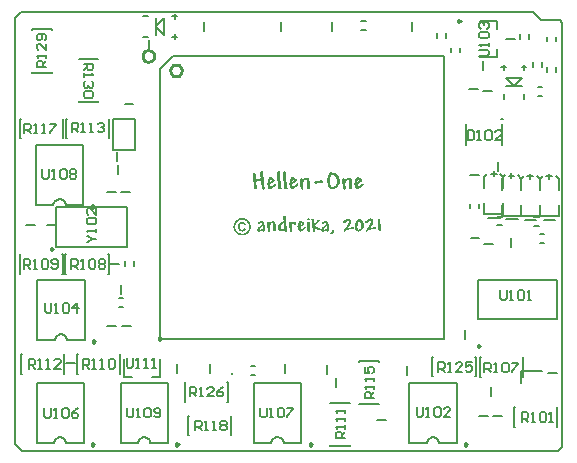
<source format=gto>
G04*
G04 #@! TF.GenerationSoftware,Altium Limited,Altium Designer,20.2.7 (254)*
G04*
G04 Layer_Color=65535*
%FSLAX25Y25*%
%MOIN*%
G70*
G04*
G04 #@! TF.SameCoordinates,F5A320DA-4617-40ED-AC03-DE83B6EED483*
G04*
G04*
G04 #@! TF.FilePolarity,Positive*
G04*
G01*
G75*
%ADD10C,0.00984*%
%ADD11C,0.00787*%
%ADD12C,0.01000*%
%ADD13C,0.00591*%
%ADD14C,0.00800*%
%ADD15C,0.00669*%
%ADD16C,0.00650*%
G36*
X82720Y93612D02*
X82768D01*
X82865Y93573D01*
X82922Y93554D01*
X82970Y93516D01*
X82980D01*
X82990Y93497D01*
X83038Y93439D01*
X83086Y93343D01*
X83095Y93285D01*
X83105Y93218D01*
Y93208D01*
Y93160D01*
Y93122D01*
X83114Y93074D01*
Y93016D01*
Y92949D01*
X83124Y92862D01*
Y92776D01*
X83134Y92670D01*
X83143Y92545D01*
X83153Y92411D01*
X83172Y92257D01*
X83182Y92094D01*
X83201Y91911D01*
Y91892D01*
X83210Y91853D01*
Y91786D01*
X83220Y91709D01*
X83230Y91632D01*
Y91555D01*
X83239Y91498D01*
Y91450D01*
X83307Y91459D01*
X83326D01*
X83364Y91450D01*
X83422Y91411D01*
X83451Y91382D01*
X83480Y91344D01*
Y91334D01*
X83489Y91325D01*
X83528Y91267D01*
X83556Y91190D01*
X83566Y91084D01*
Y91075D01*
Y91065D01*
Y91036D01*
X83556Y90998D01*
X83528Y90892D01*
X83480Y90758D01*
Y90748D01*
X83470Y90729D01*
X83432Y90671D01*
X83384Y90604D01*
X83355Y90585D01*
X83326Y90575D01*
X83355Y90075D01*
Y90056D01*
X83364Y90018D01*
Y89979D01*
X83374Y89931D01*
X83384Y89874D01*
X83393Y89806D01*
X83403Y89729D01*
X83412Y89643D01*
X83422Y89547D01*
X83441Y89432D01*
X83460Y89316D01*
X83480Y89172D01*
X83499Y89028D01*
X83518Y88865D01*
Y88855D01*
X83528Y88826D01*
Y88778D01*
X83537Y88721D01*
X83547Y88653D01*
X83556Y88576D01*
X83585Y88403D01*
X83614Y88230D01*
X83633Y88067D01*
X83643Y88000D01*
Y87942D01*
X83653Y87894D01*
Y87865D01*
Y87856D01*
Y87836D01*
X83643Y87808D01*
X83633Y87769D01*
X83605Y87673D01*
X83566Y87625D01*
X83528Y87577D01*
X83518D01*
X83508Y87558D01*
X83480Y87548D01*
X83441Y87529D01*
X83345Y87490D01*
X83278Y87481D01*
X83210Y87471D01*
X83172D01*
X83124Y87481D01*
X83076Y87490D01*
X83009Y87510D01*
X82951Y87538D01*
X82884Y87577D01*
X82826Y87634D01*
X82816Y87644D01*
X82807Y87663D01*
X82788Y87702D01*
X82759Y87750D01*
X82730Y87817D01*
X82711Y87894D01*
X82701Y87981D01*
X82692Y88077D01*
Y88096D01*
Y88115D01*
Y88144D01*
X82682Y88182D01*
Y88240D01*
X82672Y88307D01*
Y88403D01*
X82653Y88499D01*
X82644Y88624D01*
X82634Y88769D01*
X82615Y88932D01*
X82586Y89124D01*
X82567Y89336D01*
X82538Y89576D01*
X82499Y89845D01*
Y89854D01*
Y89864D01*
X82490Y89922D01*
X82480Y89999D01*
X82471Y90095D01*
X82461Y90200D01*
X82451Y90297D01*
X82442Y90383D01*
X82432Y90441D01*
X82423D01*
X82403Y90431D01*
X82355D01*
X82307Y90421D01*
X82230Y90402D01*
X82153Y90393D01*
X82057Y90373D01*
X81952Y90354D01*
X81836Y90325D01*
X81702Y90306D01*
X81423Y90239D01*
X81106Y90172D01*
X80770Y90085D01*
Y90075D01*
Y90047D01*
X80779Y89989D01*
X80789Y89903D01*
X80808Y89797D01*
X80827Y89643D01*
X80847Y89470D01*
X80856Y89364D01*
X80875Y89249D01*
Y89239D01*
Y89220D01*
X80885Y89191D01*
X80895Y89143D01*
X80914Y89038D01*
X80933Y88903D01*
X80962Y88749D01*
X80981Y88605D01*
X81010Y88461D01*
X81039Y88336D01*
X81048Y88327D01*
X81087Y88317D01*
X81116Y88288D01*
X81144Y88259D01*
X81154Y88250D01*
X81164Y88230D01*
X81173Y88182D01*
Y88105D01*
Y88096D01*
Y88086D01*
X81164Y88057D01*
X81144Y88019D01*
X81116Y87981D01*
X81077Y87923D01*
X81029Y87865D01*
X80952Y87798D01*
X80943Y87788D01*
X80914Y87769D01*
X80875Y87740D01*
X80827Y87711D01*
X80712Y87654D01*
X80645Y87634D01*
X80587Y87625D01*
X80568D01*
X80510Y87634D01*
X80424Y87663D01*
X80327Y87721D01*
X80270Y87760D01*
X80222Y87817D01*
X80174Y87875D01*
X80135Y87952D01*
X80097Y88038D01*
X80068Y88144D01*
X80039Y88259D01*
X80030Y88394D01*
Y88403D01*
Y88451D01*
X80020Y88519D01*
X80010Y88615D01*
X80001Y88749D01*
X79991Y88922D01*
X79982Y89018D01*
X79972Y89124D01*
X79962Y89249D01*
X79953Y89374D01*
Y89384D01*
Y89403D01*
X79943Y89432D01*
Y89460D01*
X79934Y89556D01*
X79924Y89672D01*
X79914Y89787D01*
X79905Y89903D01*
X79895Y89999D01*
Y90027D01*
Y90056D01*
X79886D01*
X79847Y90075D01*
X79789Y90114D01*
X79760Y90143D01*
X79732Y90191D01*
Y90200D01*
X79722Y90220D01*
X79693Y90277D01*
X79655Y90354D01*
X79645Y90431D01*
Y90441D01*
Y90450D01*
X79655Y90508D01*
X79674Y90575D01*
X79703Y90652D01*
Y90662D01*
X79712Y90671D01*
X79741Y90710D01*
X79789Y90748D01*
X79857Y90777D01*
Y90787D01*
Y90796D01*
X79847Y90825D01*
Y90873D01*
X79837Y90940D01*
X79818Y91036D01*
X79799Y91142D01*
X79780Y91286D01*
Y91296D01*
X79770Y91325D01*
Y91363D01*
X79760Y91421D01*
X79741Y91498D01*
X79732Y91575D01*
X79703Y91757D01*
X79674Y91949D01*
X79655Y92142D01*
X79636Y92315D01*
X79626Y92392D01*
Y92459D01*
Y92468D01*
Y92497D01*
X79636Y92536D01*
X79645Y92584D01*
X79664Y92632D01*
X79684Y92699D01*
X79722Y92747D01*
X79770Y92805D01*
X79780Y92814D01*
X79799Y92824D01*
X79828Y92843D01*
X79866Y92872D01*
X79982Y92920D01*
X80039Y92930D01*
X80107Y92939D01*
X80145D01*
X80183Y92930D01*
X80231Y92920D01*
X80289Y92901D01*
X80347Y92862D01*
X80414Y92824D01*
X80472Y92766D01*
X80481Y92757D01*
X80501Y92738D01*
X80520Y92699D01*
X80558Y92651D01*
X80587Y92593D01*
X80606Y92516D01*
X80625Y92430D01*
X80635Y92334D01*
Y92324D01*
Y92295D01*
Y92247D01*
Y92180D01*
Y92103D01*
X80645Y92007D01*
Y91901D01*
X80654Y91796D01*
X80664Y91555D01*
X80683Y91315D01*
X80712Y91075D01*
X80750Y90854D01*
X80760D01*
X80798Y90864D01*
X80847Y90873D01*
X80923Y90883D01*
X81000Y90892D01*
X81106Y90912D01*
X81212Y90931D01*
X81327Y90960D01*
X81586Y91008D01*
X81846Y91075D01*
X82105Y91152D01*
X82221Y91190D01*
X82336Y91238D01*
Y91248D01*
Y91277D01*
X82326Y91334D01*
X82317Y91411D01*
X82307Y91517D01*
X82288Y91651D01*
X82259Y91815D01*
X82230Y92017D01*
Y92026D01*
X82221Y92055D01*
Y92094D01*
X82211Y92151D01*
X82201Y92209D01*
X82192Y92286D01*
X82163Y92459D01*
X82134Y92641D01*
X82115Y92824D01*
X82105Y92987D01*
X82096Y93064D01*
Y93122D01*
Y93132D01*
Y93160D01*
X82105Y93189D01*
X82115Y93237D01*
X82134Y93295D01*
X82163Y93353D01*
X82201Y93410D01*
X82259Y93468D01*
X82269Y93477D01*
X82288Y93497D01*
X82326Y93516D01*
X82375Y93545D01*
X82432Y93573D01*
X82499Y93602D01*
X82576Y93612D01*
X82653Y93622D01*
X82682D01*
X82720Y93612D01*
D02*
G37*
G36*
X111944Y91459D02*
X112012Y91450D01*
X112089Y91421D01*
X112165Y91392D01*
X112252Y91344D01*
X112329Y91277D01*
X112338Y91267D01*
X112367Y91238D01*
X112406Y91200D01*
X112444Y91133D01*
X112502Y91056D01*
X112550Y90960D01*
X112598Y90844D01*
X112646Y90719D01*
X112656Y90700D01*
Y90681D01*
X112665Y90642D01*
X112675Y90594D01*
X112684Y90537D01*
X112694Y90469D01*
X112704Y90383D01*
X112713Y90287D01*
X112732Y90172D01*
X112742Y90037D01*
X112752Y89893D01*
X112761Y89720D01*
X112771Y89537D01*
X112780Y89336D01*
X112790Y89105D01*
Y89095D01*
Y89066D01*
Y89028D01*
X112800Y88970D01*
Y88884D01*
X112809Y88788D01*
Y88672D01*
X112819Y88538D01*
Y88519D01*
X112829Y88480D01*
Y88413D01*
X112838Y88336D01*
X112848Y88173D01*
X112857Y88096D01*
Y88038D01*
Y88029D01*
Y88009D01*
X112848Y87971D01*
X112838Y87932D01*
X112819Y87875D01*
X112780Y87827D01*
X112742Y87769D01*
X112684Y87711D01*
X112675Y87702D01*
X112656Y87692D01*
X112617Y87673D01*
X112569Y87644D01*
X112511Y87615D01*
X112454Y87596D01*
X112377Y87586D01*
X112300Y87577D01*
X112262D01*
X112223Y87586D01*
X112175D01*
X112050Y87615D01*
X111935Y87673D01*
X111925Y87683D01*
X111916Y87692D01*
X111867Y87750D01*
X111810Y87827D01*
X111800Y87884D01*
X111791Y87942D01*
Y87952D01*
Y87961D01*
Y88000D01*
Y88048D01*
Y88105D01*
Y88192D01*
X111800Y88298D01*
Y88432D01*
Y88442D01*
Y88451D01*
Y88480D01*
Y88519D01*
X111810Y88605D01*
Y88721D01*
Y88836D01*
X111820Y88951D01*
Y89057D01*
Y89143D01*
Y89153D01*
Y89172D01*
Y89201D01*
Y89259D01*
Y89268D01*
Y89288D01*
X111829Y89345D01*
Y89422D01*
Y89499D01*
Y89518D01*
Y89556D01*
Y89624D01*
X111820Y89701D01*
Y89806D01*
X111810Y89912D01*
X111791Y90162D01*
X111743Y90402D01*
X111723Y90508D01*
X111685Y90614D01*
X111646Y90690D01*
X111608Y90758D01*
X111550Y90796D01*
X111493Y90815D01*
X111464D01*
X111416Y90806D01*
X111368Y90787D01*
X111301Y90758D01*
X111224Y90719D01*
X111137Y90671D01*
X111051Y90594D01*
X111041Y90585D01*
X111012Y90556D01*
X110964Y90508D01*
X110907Y90441D01*
X110849Y90364D01*
X110782Y90258D01*
X110724Y90152D01*
X110666Y90027D01*
X110657Y90008D01*
X110647Y89970D01*
X110628Y89893D01*
X110599Y89806D01*
X110570Y89691D01*
X110551Y89556D01*
X110541Y89412D01*
X110532Y89259D01*
Y89249D01*
Y89230D01*
Y89182D01*
X110541Y89114D01*
X110551Y89018D01*
X110561Y88893D01*
X110580Y88740D01*
X110609Y88547D01*
Y88538D01*
Y88519D01*
X110618Y88490D01*
X110628Y88451D01*
X110637Y88336D01*
X110657Y88211D01*
X110676Y88067D01*
X110686Y87932D01*
X110705Y87817D01*
Y87760D01*
Y87721D01*
Y87711D01*
Y87702D01*
X110686Y87654D01*
X110657Y87586D01*
X110618Y87548D01*
X110580Y87519D01*
X110570D01*
X110561Y87510D01*
X110503Y87481D01*
X110416Y87452D01*
X110311Y87442D01*
X110253D01*
X110186Y87452D01*
X110109Y87471D01*
X110022Y87500D01*
X109945Y87548D01*
X109869Y87606D01*
X109811Y87692D01*
Y87702D01*
X109792Y87740D01*
X109773Y87808D01*
X109753Y87904D01*
X109724Y88038D01*
X109715Y88115D01*
X109705Y88201D01*
X109686Y88298D01*
X109677Y88413D01*
X109657Y88528D01*
X109648Y88663D01*
Y88672D01*
Y88711D01*
X109638Y88769D01*
X109628Y88836D01*
X109619Y88990D01*
X109609Y89057D01*
X109600Y89124D01*
Y89143D01*
X109590Y89182D01*
X109580Y89249D01*
X109571Y89345D01*
X109561Y89451D01*
X109552Y89566D01*
X109523Y89826D01*
X109484Y90095D01*
X109475Y90229D01*
X109465Y90345D01*
X109455Y90460D01*
X109446Y90546D01*
X109436Y90614D01*
Y90662D01*
Y90671D01*
Y90690D01*
Y90710D01*
X109446Y90748D01*
X109465Y90844D01*
X109503Y90950D01*
X109571Y91046D01*
X109667Y91142D01*
X109724Y91181D01*
X109801Y91200D01*
X109878Y91219D01*
X109974Y91229D01*
X110013D01*
X110061Y91219D01*
X110109Y91210D01*
X110234Y91171D01*
X110282Y91142D01*
X110330Y91094D01*
X110340Y91084D01*
X110349Y91065D01*
X110368Y91036D01*
X110397Y90988D01*
X110416Y90931D01*
X110445Y90854D01*
X110465Y90758D01*
X110484Y90652D01*
X110493Y90671D01*
X110532Y90719D01*
X110589Y90787D01*
X110666Y90873D01*
X110753Y90969D01*
X110859Y91075D01*
X110983Y91171D01*
X111108Y91258D01*
X111128Y91267D01*
X111166Y91286D01*
X111243Y91325D01*
X111329Y91363D01*
X111445Y91402D01*
X111570Y91440D01*
X111704Y91459D01*
X111839Y91469D01*
X111887D01*
X111944Y91459D01*
D02*
G37*
G36*
X97827D02*
X97895Y91450D01*
X97971Y91421D01*
X98048Y91392D01*
X98135Y91344D01*
X98212Y91277D01*
X98221Y91267D01*
X98250Y91238D01*
X98289Y91200D01*
X98327Y91133D01*
X98385Y91056D01*
X98433Y90960D01*
X98481Y90844D01*
X98529Y90719D01*
X98539Y90700D01*
Y90681D01*
X98548Y90642D01*
X98558Y90594D01*
X98567Y90537D01*
X98577Y90469D01*
X98586Y90383D01*
X98596Y90287D01*
X98615Y90172D01*
X98625Y90037D01*
X98635Y89893D01*
X98644Y89720D01*
X98654Y89537D01*
X98663Y89336D01*
X98673Y89105D01*
Y89095D01*
Y89066D01*
Y89028D01*
X98683Y88970D01*
Y88884D01*
X98692Y88788D01*
Y88672D01*
X98702Y88538D01*
Y88519D01*
X98712Y88480D01*
Y88413D01*
X98721Y88336D01*
X98731Y88173D01*
X98740Y88096D01*
Y88038D01*
Y88029D01*
Y88009D01*
X98731Y87971D01*
X98721Y87932D01*
X98702Y87875D01*
X98663Y87827D01*
X98625Y87769D01*
X98567Y87711D01*
X98558Y87702D01*
X98539Y87692D01*
X98500Y87673D01*
X98452Y87644D01*
X98394Y87615D01*
X98337Y87596D01*
X98260Y87586D01*
X98183Y87577D01*
X98145D01*
X98106Y87586D01*
X98058D01*
X97933Y87615D01*
X97818Y87673D01*
X97808Y87683D01*
X97799Y87692D01*
X97751Y87750D01*
X97693Y87827D01*
X97683Y87884D01*
X97674Y87942D01*
Y87952D01*
Y87961D01*
Y88000D01*
Y88048D01*
Y88105D01*
Y88192D01*
X97683Y88298D01*
Y88432D01*
Y88442D01*
Y88451D01*
Y88480D01*
Y88519D01*
X97693Y88605D01*
Y88721D01*
Y88836D01*
X97702Y88951D01*
Y89057D01*
Y89143D01*
Y89153D01*
Y89172D01*
Y89201D01*
Y89259D01*
Y89268D01*
Y89288D01*
X97712Y89345D01*
Y89422D01*
Y89499D01*
Y89518D01*
Y89556D01*
Y89624D01*
X97702Y89701D01*
Y89806D01*
X97693Y89912D01*
X97674Y90162D01*
X97625Y90402D01*
X97606Y90508D01*
X97568Y90614D01*
X97529Y90690D01*
X97491Y90758D01*
X97433Y90796D01*
X97376Y90815D01*
X97347D01*
X97299Y90806D01*
X97251Y90787D01*
X97184Y90758D01*
X97107Y90719D01*
X97020Y90671D01*
X96934Y90594D01*
X96924Y90585D01*
X96895Y90556D01*
X96847Y90508D01*
X96789Y90441D01*
X96732Y90364D01*
X96665Y90258D01*
X96607Y90152D01*
X96549Y90027D01*
X96540Y90008D01*
X96530Y89970D01*
X96511Y89893D01*
X96482Y89806D01*
X96453Y89691D01*
X96434Y89556D01*
X96424Y89412D01*
X96415Y89259D01*
Y89249D01*
Y89230D01*
Y89182D01*
X96424Y89114D01*
X96434Y89018D01*
X96443Y88893D01*
X96463Y88740D01*
X96491Y88547D01*
Y88538D01*
Y88519D01*
X96501Y88490D01*
X96511Y88451D01*
X96520Y88336D01*
X96540Y88211D01*
X96559Y88067D01*
X96568Y87932D01*
X96588Y87817D01*
Y87760D01*
Y87721D01*
Y87711D01*
Y87702D01*
X96568Y87654D01*
X96540Y87586D01*
X96501Y87548D01*
X96463Y87519D01*
X96453D01*
X96443Y87510D01*
X96386Y87481D01*
X96299Y87452D01*
X96194Y87442D01*
X96136D01*
X96069Y87452D01*
X95992Y87471D01*
X95905Y87500D01*
X95828Y87548D01*
X95752Y87606D01*
X95694Y87692D01*
Y87702D01*
X95675Y87740D01*
X95656Y87808D01*
X95636Y87904D01*
X95607Y88038D01*
X95598Y88115D01*
X95588Y88201D01*
X95569Y88298D01*
X95559Y88413D01*
X95540Y88528D01*
X95530Y88663D01*
Y88672D01*
Y88711D01*
X95521Y88769D01*
X95511Y88836D01*
X95502Y88990D01*
X95492Y89057D01*
X95482Y89124D01*
Y89143D01*
X95473Y89182D01*
X95463Y89249D01*
X95454Y89345D01*
X95444Y89451D01*
X95434Y89566D01*
X95406Y89826D01*
X95367Y90095D01*
X95358Y90229D01*
X95348Y90345D01*
X95338Y90460D01*
X95329Y90546D01*
X95319Y90614D01*
Y90662D01*
Y90671D01*
Y90690D01*
Y90710D01*
X95329Y90748D01*
X95348Y90844D01*
X95386Y90950D01*
X95454Y91046D01*
X95550Y91142D01*
X95607Y91181D01*
X95684Y91200D01*
X95761Y91219D01*
X95857Y91229D01*
X95896D01*
X95944Y91219D01*
X95992Y91210D01*
X96117Y91171D01*
X96165Y91142D01*
X96213Y91094D01*
X96223Y91084D01*
X96232Y91065D01*
X96251Y91036D01*
X96280Y90988D01*
X96299Y90931D01*
X96328Y90854D01*
X96347Y90758D01*
X96367Y90652D01*
X96376Y90671D01*
X96415Y90719D01*
X96472Y90787D01*
X96549Y90873D01*
X96636Y90969D01*
X96741Y91075D01*
X96866Y91171D01*
X96991Y91258D01*
X97010Y91267D01*
X97049Y91286D01*
X97126Y91325D01*
X97212Y91363D01*
X97328Y91402D01*
X97452Y91440D01*
X97587Y91459D01*
X97722Y91469D01*
X97770D01*
X97827Y91459D01*
D02*
G37*
G36*
X102709Y90556D02*
X102757Y90546D01*
X102853Y90517D01*
X102901Y90479D01*
X102950Y90441D01*
X102959Y90431D01*
X102969Y90421D01*
X103017Y90364D01*
X103055Y90268D01*
X103065Y90220D01*
X103074Y90162D01*
Y90152D01*
Y90133D01*
X103065Y90104D01*
Y90066D01*
X103026Y89960D01*
X103007Y89912D01*
X102969Y89854D01*
Y89845D01*
X102950Y89835D01*
X102901Y89787D01*
X102815Y89739D01*
X102767Y89729D01*
X102709Y89720D01*
X102603D01*
X102546Y89710D01*
X102479D01*
X102392Y89701D01*
X102306D01*
X102200Y89682D01*
X102094Y89672D01*
X101844Y89643D01*
X101566Y89595D01*
X101268Y89528D01*
X101258D01*
X101239Y89518D01*
X101210D01*
X101172Y89508D01*
X101066Y89489D01*
X100951Y89460D01*
X100826Y89432D01*
X100710Y89412D01*
X100614Y89403D01*
X100585Y89393D01*
X100537D01*
X100508Y89403D01*
X100480Y89412D01*
X100393Y89451D01*
X100345Y89480D01*
X100307Y89518D01*
Y89528D01*
X100287Y89537D01*
X100278Y89566D01*
X100259Y89605D01*
X100230Y89701D01*
X100211Y89806D01*
Y89816D01*
Y89835D01*
X100220Y89864D01*
X100230Y89903D01*
X100259Y90008D01*
X100287Y90066D01*
X100326Y90123D01*
X100336Y90133D01*
X100345Y90152D01*
X100403Y90210D01*
X100489Y90258D01*
X100547Y90277D01*
X100605Y90287D01*
X100662D01*
X100720Y90297D01*
X100797Y90306D01*
X100912Y90316D01*
X101047Y90335D01*
X101133Y90354D01*
X101229Y90364D01*
X101239D01*
X101277Y90373D01*
X101335Y90383D01*
X101402Y90393D01*
X101537Y90412D01*
X101594D01*
X101643Y90421D01*
X101662D01*
X101700Y90431D01*
X101739D01*
X101796Y90441D01*
X101873Y90450D01*
X101960Y90460D01*
X102065Y90479D01*
X102085D01*
X102142Y90489D01*
X102219Y90508D01*
X102306Y90527D01*
X102402Y90537D01*
X102498Y90556D01*
X102584Y90566D01*
X102671D01*
X102709Y90556D01*
D02*
G37*
G36*
X105890Y93276D02*
X105929Y93266D01*
X105967Y93247D01*
X106015Y93228D01*
X106073Y93189D01*
X106121Y93141D01*
X106130Y93132D01*
X106140Y93112D01*
X106169Y93083D01*
X106198Y93055D01*
X106246Y92958D01*
X106255Y92910D01*
X106265Y92853D01*
Y92843D01*
Y92805D01*
Y92747D01*
X106255Y92680D01*
X106236Y92516D01*
X106217Y92440D01*
X106188Y92363D01*
Y92353D01*
X106178Y92334D01*
X106140Y92276D01*
X106082Y92209D01*
X106053Y92190D01*
X106025Y92180D01*
X106005D01*
X105967Y92190D01*
X105909Y92209D01*
X105871Y92247D01*
X105861Y92257D01*
X105842Y92286D01*
X105813Y92315D01*
X105775Y92324D01*
X105756Y92315D01*
X105736Y92295D01*
X105708Y92257D01*
X105679Y92190D01*
X105659Y92151D01*
X105650Y92094D01*
X105631Y92026D01*
X105611Y91959D01*
X105592Y91873D01*
X105573Y91776D01*
Y91767D01*
Y91748D01*
X105563Y91719D01*
X105554Y91680D01*
Y91623D01*
X105544Y91565D01*
X105535Y91488D01*
X105525Y91402D01*
X105506Y91200D01*
X105496Y90969D01*
X105477Y90710D01*
Y90412D01*
Y90402D01*
Y90364D01*
Y90316D01*
Y90249D01*
X105487Y90162D01*
Y90066D01*
X105496Y89960D01*
X105506Y89845D01*
X105525Y89595D01*
X105563Y89345D01*
X105611Y89095D01*
X105640Y88980D01*
X105679Y88874D01*
Y88865D01*
X105688Y88855D01*
X105717Y88788D01*
X105765Y88701D01*
X105823Y88605D01*
X105900Y88509D01*
X105996Y88423D01*
X106102Y88355D01*
X106159Y88346D01*
X106227Y88336D01*
X106284D01*
X106332Y88346D01*
X106390Y88355D01*
X106457Y88365D01*
X106601Y88413D01*
X106774Y88480D01*
X106870Y88528D01*
X106966Y88576D01*
X107062Y88644D01*
X107159Y88721D01*
X107245Y88807D01*
X107341Y88913D01*
X107351Y88922D01*
X107360Y88942D01*
X107389Y88970D01*
X107418Y89018D01*
X107457Y89076D01*
X107495Y89143D01*
X107543Y89220D01*
X107591Y89307D01*
X107678Y89508D01*
X107755Y89739D01*
X107812Y89999D01*
X107822Y90133D01*
X107831Y90277D01*
Y90287D01*
Y90306D01*
Y90345D01*
X107822Y90393D01*
Y90450D01*
X107812Y90517D01*
X107783Y90681D01*
X107735Y90873D01*
X107658Y91075D01*
X107562Y91296D01*
X107428Y91507D01*
Y91517D01*
X107408Y91536D01*
X107389Y91565D01*
X107360Y91603D01*
X107274Y91700D01*
X107159Y91825D01*
X107024Y91949D01*
X106861Y92084D01*
X106678Y92209D01*
X106486Y92305D01*
X106476Y92315D01*
X106457Y92324D01*
X106419Y92353D01*
X106380Y92401D01*
X106342Y92468D01*
X106303Y92555D01*
X106284Y92661D01*
X106274Y92805D01*
Y92814D01*
Y92834D01*
X106284Y92891D01*
X106303Y92958D01*
X106351Y93035D01*
X106371Y93045D01*
X106409Y93083D01*
X106476Y93112D01*
X106572Y93122D01*
X106621D01*
X106659Y93112D01*
X106765Y93103D01*
X106890Y93074D01*
X107043Y93016D01*
X107216Y92939D01*
X107399Y92843D01*
X107485Y92776D01*
X107581Y92699D01*
X107591D01*
X107601Y92680D01*
X107630Y92661D01*
X107668Y92622D01*
X107755Y92536D01*
X107870Y92411D01*
X107995Y92247D01*
X108129Y92065D01*
X108264Y91844D01*
X108389Y91603D01*
Y91594D01*
X108398Y91575D01*
X108418Y91536D01*
X108437Y91488D01*
X108466Y91430D01*
X108485Y91354D01*
X108514Y91277D01*
X108552Y91181D01*
X108610Y90979D01*
X108658Y90748D01*
X108696Y90498D01*
X108706Y90249D01*
Y90239D01*
Y90220D01*
Y90191D01*
X108696Y90152D01*
Y90095D01*
X108687Y90027D01*
X108658Y89874D01*
X108610Y89691D01*
X108543Y89480D01*
X108446Y89249D01*
X108312Y89009D01*
Y88999D01*
X108293Y88980D01*
X108273Y88942D01*
X108245Y88903D01*
X108206Y88845D01*
X108158Y88778D01*
X108043Y88634D01*
X107908Y88471D01*
X107745Y88298D01*
X107553Y88125D01*
X107341Y87971D01*
X107332D01*
X107312Y87952D01*
X107284Y87932D01*
X107236Y87913D01*
X107187Y87884D01*
X107120Y87846D01*
X106966Y87779D01*
X106784Y87711D01*
X106582Y87644D01*
X106351Y87606D01*
X106121Y87586D01*
X106082D01*
X106044Y87596D01*
X105986D01*
X105919Y87606D01*
X105842Y87625D01*
X105669Y87673D01*
X105573Y87711D01*
X105477Y87760D01*
X105371Y87808D01*
X105275Y87875D01*
X105179Y87961D01*
X105083Y88048D01*
X104996Y88153D01*
X104920Y88278D01*
Y88288D01*
X104900Y88317D01*
X104881Y88355D01*
X104862Y88413D01*
X104833Y88490D01*
X104795Y88586D01*
X104756Y88701D01*
X104727Y88836D01*
X104689Y88990D01*
X104650Y89153D01*
X104622Y89345D01*
X104583Y89556D01*
X104564Y89787D01*
X104545Y90047D01*
X104525Y90316D01*
Y90614D01*
Y90623D01*
Y90642D01*
Y90681D01*
Y90729D01*
X104535Y90796D01*
Y90864D01*
X104545Y91036D01*
X104564Y91238D01*
X104602Y91459D01*
X104641Y91680D01*
X104699Y91911D01*
Y91921D01*
X104708Y91940D01*
X104718Y91969D01*
X104737Y92017D01*
X104775Y92122D01*
X104833Y92267D01*
X104900Y92420D01*
X104987Y92584D01*
X105093Y92747D01*
X105208Y92901D01*
X105227Y92920D01*
X105265Y92958D01*
X105323Y93026D01*
X105410Y93093D01*
X105506Y93160D01*
X105611Y93228D01*
X105717Y93266D01*
X105833Y93285D01*
X105861D01*
X105890Y93276D01*
D02*
G37*
G36*
X114568Y91584D02*
X114664Y91575D01*
X114779Y91555D01*
X114914Y91536D01*
X115049Y91498D01*
X115183Y91450D01*
X115202Y91440D01*
X115241Y91421D01*
X115308Y91392D01*
X115394Y91344D01*
X115490Y91296D01*
X115596Y91229D01*
X115702Y91152D01*
X115798Y91065D01*
X115808Y91056D01*
X115837Y91027D01*
X115884Y90979D01*
X115933Y90921D01*
X115971Y90854D01*
X116019Y90787D01*
X116048Y90710D01*
X116058Y90633D01*
Y90623D01*
Y90594D01*
Y90556D01*
X116048Y90508D01*
X116038Y90393D01*
X116029Y90345D01*
X116009Y90297D01*
X116000Y90277D01*
X115971Y90229D01*
X115923Y90172D01*
X115856Y90095D01*
X115846D01*
X115827Y90075D01*
X115798Y90047D01*
X115731Y90018D01*
X115654Y89960D01*
X115539Y89893D01*
X115385Y89806D01*
X115298Y89758D01*
X115202Y89701D01*
X115193D01*
X115183Y89691D01*
X115154Y89672D01*
X115116Y89653D01*
X115029Y89605D01*
X114924Y89547D01*
X114818Y89480D01*
X114712Y89422D01*
X114635Y89374D01*
X114606Y89355D01*
X114587Y89345D01*
Y89134D01*
Y89124D01*
Y89086D01*
X114597Y89028D01*
Y88961D01*
X114606Y88874D01*
X114626Y88788D01*
X114674Y88615D01*
Y88605D01*
X114693Y88576D01*
X114702Y88547D01*
X114731Y88509D01*
X114760Y88461D01*
X114789Y88432D01*
X114827Y88403D01*
X114866Y88394D01*
X114875D01*
X114904Y88403D01*
X114952Y88423D01*
X115020Y88461D01*
X115116Y88519D01*
X115231Y88605D01*
X115298Y88663D01*
X115375Y88740D01*
X115452Y88817D01*
X115539Y88903D01*
X115558Y88922D01*
X115606Y88970D01*
X115673Y89038D01*
X115750Y89114D01*
X115837Y89201D01*
X115923Y89288D01*
X116000Y89355D01*
X116058Y89403D01*
X116067D01*
X116077Y89422D01*
X116134Y89451D01*
X116211Y89480D01*
X116298Y89499D01*
X116346D01*
X116394Y89489D01*
X116461Y89470D01*
X116519Y89432D01*
X116567Y89384D01*
X116605Y89316D01*
X116615Y89230D01*
Y89220D01*
X116605Y89172D01*
X116567Y89105D01*
X116538Y89057D01*
X116500Y88999D01*
X116452Y88932D01*
X116384Y88865D01*
X116317Y88778D01*
X116221Y88692D01*
X116115Y88595D01*
X115990Y88480D01*
X115846Y88365D01*
X115683Y88240D01*
X115673D01*
X115654Y88221D01*
X115615Y88192D01*
X115558Y88144D01*
X115548Y88134D01*
X115519Y88115D01*
X115481Y88086D01*
X115433Y88048D01*
X115366Y88000D01*
X115298Y87942D01*
X115145Y87836D01*
X114972Y87721D01*
X114818Y87615D01*
X114741Y87577D01*
X114683Y87548D01*
X114626Y87529D01*
X114587Y87519D01*
X114568D01*
X114530Y87529D01*
X114453Y87538D01*
X114366Y87577D01*
X114270Y87625D01*
X114164Y87702D01*
X114059Y87817D01*
X114011Y87884D01*
X113962Y87961D01*
Y87971D01*
X113953Y87981D01*
X113924Y88038D01*
X113886Y88134D01*
X113847Y88250D01*
X113799Y88394D01*
X113761Y88567D01*
X113732Y88749D01*
X113722Y88951D01*
Y89105D01*
X113713D01*
X113674Y89095D01*
X113617Y89086D01*
X113540Y89076D01*
X113530D01*
X113501Y89086D01*
X113463Y89114D01*
X113424Y89162D01*
X113415Y89182D01*
X113405Y89220D01*
X113386Y89268D01*
X113376Y89326D01*
Y89336D01*
Y89355D01*
Y89384D01*
X113386Y89422D01*
X113405Y89508D01*
X113434Y89576D01*
X113444Y89585D01*
X113463Y89605D01*
X113492Y89624D01*
X113530Y89653D01*
X113568Y89682D01*
X113636Y89710D01*
X113703Y89739D01*
Y89749D01*
Y89758D01*
Y89816D01*
X113713Y89912D01*
Y90027D01*
X113732Y90162D01*
X113751Y90306D01*
X113770Y90460D01*
X113809Y90614D01*
Y90623D01*
X113818Y90633D01*
X113828Y90681D01*
X113857Y90758D01*
X113886Y90854D01*
X113924Y90969D01*
X113972Y91084D01*
X114030Y91200D01*
X114097Y91306D01*
X114107Y91315D01*
X114126Y91354D01*
X114164Y91402D01*
X114203Y91450D01*
X114260Y91507D01*
X114309Y91546D01*
X114366Y91584D01*
X114424Y91594D01*
X114491D01*
X114568Y91584D01*
D02*
G37*
G36*
X92840D02*
X92936Y91575D01*
X93051Y91555D01*
X93186Y91536D01*
X93320Y91498D01*
X93455Y91450D01*
X93474Y91440D01*
X93512Y91421D01*
X93580Y91392D01*
X93666Y91344D01*
X93762Y91296D01*
X93868Y91229D01*
X93974Y91152D01*
X94070Y91065D01*
X94079Y91056D01*
X94108Y91027D01*
X94156Y90979D01*
X94204Y90921D01*
X94243Y90854D01*
X94291Y90787D01*
X94320Y90710D01*
X94329Y90633D01*
Y90623D01*
Y90594D01*
Y90556D01*
X94320Y90508D01*
X94310Y90393D01*
X94301Y90345D01*
X94281Y90297D01*
X94272Y90277D01*
X94243Y90229D01*
X94195Y90172D01*
X94128Y90095D01*
X94118D01*
X94099Y90075D01*
X94070Y90047D01*
X94002Y90018D01*
X93926Y89960D01*
X93810Y89893D01*
X93657Y89806D01*
X93570Y89758D01*
X93474Y89701D01*
X93464D01*
X93455Y89691D01*
X93426Y89672D01*
X93388Y89653D01*
X93301Y89605D01*
X93195Y89547D01*
X93090Y89480D01*
X92984Y89422D01*
X92907Y89374D01*
X92878Y89355D01*
X92859Y89345D01*
Y89134D01*
Y89124D01*
Y89086D01*
X92869Y89028D01*
Y88961D01*
X92878Y88874D01*
X92897Y88788D01*
X92945Y88615D01*
Y88605D01*
X92965Y88576D01*
X92974Y88547D01*
X93003Y88509D01*
X93032Y88461D01*
X93061Y88432D01*
X93099Y88403D01*
X93138Y88394D01*
X93147D01*
X93176Y88403D01*
X93224Y88423D01*
X93291Y88461D01*
X93388Y88519D01*
X93503Y88605D01*
X93570Y88663D01*
X93647Y88740D01*
X93724Y88817D01*
X93810Y88903D01*
X93830Y88922D01*
X93878Y88970D01*
X93945Y89038D01*
X94022Y89114D01*
X94108Y89201D01*
X94195Y89288D01*
X94272Y89355D01*
X94329Y89403D01*
X94339D01*
X94349Y89422D01*
X94406Y89451D01*
X94483Y89480D01*
X94569Y89499D01*
X94618D01*
X94666Y89489D01*
X94733Y89470D01*
X94791Y89432D01*
X94839Y89384D01*
X94877Y89316D01*
X94887Y89230D01*
Y89220D01*
X94877Y89172D01*
X94839Y89105D01*
X94810Y89057D01*
X94771Y88999D01*
X94723Y88932D01*
X94656Y88865D01*
X94589Y88778D01*
X94493Y88692D01*
X94387Y88595D01*
X94262Y88480D01*
X94118Y88365D01*
X93954Y88240D01*
X93945D01*
X93926Y88221D01*
X93887Y88192D01*
X93830Y88144D01*
X93820Y88134D01*
X93791Y88115D01*
X93753Y88086D01*
X93705Y88048D01*
X93637Y88000D01*
X93570Y87942D01*
X93416Y87836D01*
X93243Y87721D01*
X93090Y87615D01*
X93013Y87577D01*
X92955Y87548D01*
X92897Y87529D01*
X92859Y87519D01*
X92840D01*
X92801Y87529D01*
X92724Y87538D01*
X92638Y87577D01*
X92542Y87625D01*
X92436Y87702D01*
X92330Y87817D01*
X92282Y87884D01*
X92234Y87961D01*
Y87971D01*
X92225Y87981D01*
X92196Y88038D01*
X92157Y88134D01*
X92119Y88250D01*
X92071Y88394D01*
X92032Y88567D01*
X92004Y88749D01*
X91994Y88951D01*
Y89105D01*
X91984D01*
X91946Y89095D01*
X91888Y89086D01*
X91812Y89076D01*
X91802D01*
X91773Y89086D01*
X91735Y89114D01*
X91696Y89162D01*
X91686Y89182D01*
X91677Y89220D01*
X91658Y89268D01*
X91648Y89326D01*
Y89336D01*
Y89355D01*
Y89384D01*
X91658Y89422D01*
X91677Y89508D01*
X91706Y89576D01*
X91715Y89585D01*
X91735Y89605D01*
X91763Y89624D01*
X91802Y89653D01*
X91840Y89682D01*
X91908Y89710D01*
X91975Y89739D01*
Y89749D01*
Y89758D01*
Y89816D01*
X91984Y89912D01*
Y90027D01*
X92004Y90162D01*
X92023Y90306D01*
X92042Y90460D01*
X92081Y90614D01*
Y90623D01*
X92090Y90633D01*
X92100Y90681D01*
X92129Y90758D01*
X92157Y90854D01*
X92196Y90969D01*
X92244Y91084D01*
X92302Y91200D01*
X92369Y91306D01*
X92378Y91315D01*
X92398Y91354D01*
X92436Y91402D01*
X92475Y91450D01*
X92532Y91507D01*
X92580Y91546D01*
X92638Y91584D01*
X92696Y91594D01*
X92763D01*
X92840Y91584D01*
D02*
G37*
G36*
X85450D02*
X85546Y91575D01*
X85661Y91555D01*
X85796Y91536D01*
X85930Y91498D01*
X86065Y91450D01*
X86084Y91440D01*
X86122Y91421D01*
X86190Y91392D01*
X86276Y91344D01*
X86372Y91296D01*
X86478Y91229D01*
X86584Y91152D01*
X86680Y91065D01*
X86689Y91056D01*
X86718Y91027D01*
X86766Y90979D01*
X86814Y90921D01*
X86853Y90854D01*
X86901Y90787D01*
X86930Y90710D01*
X86939Y90633D01*
Y90623D01*
Y90594D01*
Y90556D01*
X86930Y90508D01*
X86920Y90393D01*
X86910Y90345D01*
X86891Y90297D01*
X86882Y90277D01*
X86853Y90229D01*
X86805Y90172D01*
X86737Y90095D01*
X86728D01*
X86709Y90075D01*
X86680Y90047D01*
X86612Y90018D01*
X86536Y89960D01*
X86420Y89893D01*
X86266Y89806D01*
X86180Y89758D01*
X86084Y89701D01*
X86074D01*
X86065Y89691D01*
X86036Y89672D01*
X85997Y89653D01*
X85911Y89605D01*
X85805Y89547D01*
X85699Y89480D01*
X85594Y89422D01*
X85517Y89374D01*
X85488Y89355D01*
X85469Y89345D01*
Y89134D01*
Y89124D01*
Y89086D01*
X85479Y89028D01*
Y88961D01*
X85488Y88874D01*
X85507Y88788D01*
X85555Y88615D01*
Y88605D01*
X85575Y88576D01*
X85584Y88547D01*
X85613Y88509D01*
X85642Y88461D01*
X85671Y88432D01*
X85709Y88403D01*
X85748Y88394D01*
X85757D01*
X85786Y88403D01*
X85834Y88423D01*
X85901Y88461D01*
X85997Y88519D01*
X86113Y88605D01*
X86180Y88663D01*
X86257Y88740D01*
X86334Y88817D01*
X86420Y88903D01*
X86440Y88922D01*
X86488Y88970D01*
X86555Y89038D01*
X86632Y89114D01*
X86718Y89201D01*
X86805Y89288D01*
X86882Y89355D01*
X86939Y89403D01*
X86949D01*
X86958Y89422D01*
X87016Y89451D01*
X87093Y89480D01*
X87179Y89499D01*
X87227D01*
X87275Y89489D01*
X87343Y89470D01*
X87401Y89432D01*
X87449Y89384D01*
X87487Y89316D01*
X87497Y89230D01*
Y89220D01*
X87487Y89172D01*
X87449Y89105D01*
X87420Y89057D01*
X87381Y88999D01*
X87333Y88932D01*
X87266Y88865D01*
X87199Y88778D01*
X87103Y88692D01*
X86997Y88595D01*
X86872Y88480D01*
X86728Y88365D01*
X86564Y88240D01*
X86555D01*
X86536Y88221D01*
X86497Y88192D01*
X86440Y88144D01*
X86430Y88134D01*
X86401Y88115D01*
X86363Y88086D01*
X86314Y88048D01*
X86247Y88000D01*
X86180Y87942D01*
X86026Y87836D01*
X85853Y87721D01*
X85699Y87615D01*
X85623Y87577D01*
X85565Y87548D01*
X85507Y87529D01*
X85469Y87519D01*
X85450D01*
X85411Y87529D01*
X85334Y87538D01*
X85248Y87577D01*
X85152Y87625D01*
X85046Y87702D01*
X84940Y87817D01*
X84892Y87884D01*
X84844Y87961D01*
Y87971D01*
X84835Y87981D01*
X84806Y88038D01*
X84767Y88134D01*
X84729Y88250D01*
X84681Y88394D01*
X84642Y88567D01*
X84614Y88749D01*
X84604Y88951D01*
Y89105D01*
X84594D01*
X84556Y89095D01*
X84498Y89086D01*
X84421Y89076D01*
X84412D01*
X84383Y89086D01*
X84345Y89114D01*
X84306Y89162D01*
X84297Y89182D01*
X84287Y89220D01*
X84268Y89268D01*
X84258Y89326D01*
Y89336D01*
Y89355D01*
Y89384D01*
X84268Y89422D01*
X84287Y89508D01*
X84316Y89576D01*
X84325Y89585D01*
X84345Y89605D01*
X84373Y89624D01*
X84412Y89653D01*
X84450Y89682D01*
X84518Y89710D01*
X84585Y89739D01*
Y89749D01*
Y89758D01*
Y89816D01*
X84594Y89912D01*
Y90027D01*
X84614Y90162D01*
X84633Y90306D01*
X84652Y90460D01*
X84690Y90614D01*
Y90623D01*
X84700Y90633D01*
X84710Y90681D01*
X84738Y90758D01*
X84767Y90854D01*
X84806Y90969D01*
X84854Y91084D01*
X84912Y91200D01*
X84979Y91306D01*
X84988Y91315D01*
X85008Y91354D01*
X85046Y91402D01*
X85084Y91450D01*
X85142Y91507D01*
X85190Y91546D01*
X85248Y91584D01*
X85306Y91594D01*
X85373D01*
X85450Y91584D01*
D02*
G37*
G36*
X90293Y93602D02*
X90408Y93573D01*
X90524Y93525D01*
X90533D01*
X90553Y93506D01*
X90601Y93458D01*
X90658Y93381D01*
X90668Y93324D01*
X90677Y93266D01*
Y93247D01*
Y93228D01*
Y93189D01*
Y93151D01*
X90668Y93083D01*
Y93016D01*
X90658Y92930D01*
Y92920D01*
Y92910D01*
Y92853D01*
X90649Y92766D01*
Y92661D01*
X90639Y92536D01*
Y92411D01*
X90629Y92295D01*
Y92180D01*
Y92171D01*
Y92122D01*
X90639Y92094D01*
Y92045D01*
Y91988D01*
X90649Y91921D01*
X90658Y91844D01*
X90668Y91748D01*
X90687Y91632D01*
X90697Y91507D01*
X90716Y91373D01*
X90735Y91210D01*
X90764Y91036D01*
X90793Y90835D01*
Y90825D01*
X90802Y90796D01*
Y90748D01*
X90812Y90690D01*
X90822Y90623D01*
X90841Y90546D01*
X90860Y90364D01*
X90889Y90181D01*
X90918Y89999D01*
X90927Y89912D01*
X90937Y89845D01*
X90947Y89778D01*
Y89729D01*
Y89710D01*
X90956Y89662D01*
X90966Y89566D01*
Y89508D01*
X90975Y89441D01*
X90985Y89364D01*
X91004Y89268D01*
X91014Y89172D01*
X91033Y89066D01*
X91062Y88951D01*
X91081Y88817D01*
X91110Y88682D01*
X91139Y88528D01*
Y88519D01*
X91148Y88509D01*
X91158Y88451D01*
X91177Y88365D01*
X91196Y88259D01*
X91216Y88153D01*
X91235Y88048D01*
X91254Y87961D01*
Y87894D01*
Y87884D01*
Y87865D01*
X91245Y87827D01*
X91235Y87788D01*
X91196Y87692D01*
X91168Y87644D01*
X91120Y87606D01*
X91110D01*
X91100Y87586D01*
X91071Y87577D01*
X91033Y87558D01*
X90985Y87538D01*
X90927Y87519D01*
X90860Y87510D01*
X90783Y87500D01*
X90697D01*
X90629Y87510D01*
X90495Y87529D01*
X90360Y87577D01*
X90351D01*
X90332Y87596D01*
X90274Y87644D01*
X90216Y87711D01*
X90197Y87760D01*
X90187Y87817D01*
Y87827D01*
Y87836D01*
X90178Y87875D01*
Y87923D01*
X90168Y88000D01*
X90159Y88086D01*
X90139Y88211D01*
X90120Y88355D01*
Y88365D01*
Y88394D01*
X90110Y88442D01*
X90101Y88499D01*
X90091Y88576D01*
X90082Y88663D01*
X90062Y88865D01*
X90034Y89086D01*
X90014Y89316D01*
X89995Y89537D01*
X89986Y89633D01*
X89976Y89729D01*
Y89749D01*
X89966Y89797D01*
X89957Y89874D01*
Y89931D01*
X89947Y89999D01*
X89938Y90066D01*
X89928Y90152D01*
X89909Y90249D01*
X89899Y90354D01*
X89880Y90479D01*
X89861Y90604D01*
X89841Y90748D01*
X89813Y90902D01*
Y90921D01*
X89803Y90960D01*
X89793Y91027D01*
X89774Y91123D01*
X89764Y91238D01*
X89745Y91363D01*
X89726Y91498D01*
X89707Y91651D01*
X89659Y91969D01*
X89630Y92276D01*
X89611Y92430D01*
X89601Y92574D01*
X89592Y92699D01*
Y92814D01*
Y92824D01*
Y92853D01*
Y92891D01*
X89601Y92939D01*
X89620Y93064D01*
X89668Y93218D01*
X89736Y93362D01*
X89784Y93429D01*
X89841Y93487D01*
X89909Y93535D01*
X89986Y93573D01*
X90072Y93602D01*
X90178Y93612D01*
X90245D01*
X90293Y93602D01*
D02*
G37*
G36*
X88323D02*
X88438Y93573D01*
X88554Y93525D01*
X88563D01*
X88582Y93506D01*
X88631Y93458D01*
X88688Y93381D01*
X88698Y93324D01*
X88707Y93266D01*
Y93247D01*
Y93228D01*
Y93189D01*
Y93151D01*
X88698Y93083D01*
Y93016D01*
X88688Y92930D01*
Y92920D01*
Y92910D01*
Y92853D01*
X88679Y92766D01*
Y92661D01*
X88669Y92536D01*
Y92411D01*
X88659Y92295D01*
Y92180D01*
Y92171D01*
Y92122D01*
X88669Y92094D01*
Y92045D01*
Y91988D01*
X88679Y91921D01*
X88688Y91844D01*
X88698Y91748D01*
X88717Y91632D01*
X88727Y91507D01*
X88746Y91373D01*
X88765Y91210D01*
X88794Y91036D01*
X88823Y90835D01*
Y90825D01*
X88832Y90796D01*
Y90748D01*
X88842Y90690D01*
X88852Y90623D01*
X88871Y90546D01*
X88890Y90364D01*
X88919Y90181D01*
X88948Y89999D01*
X88957Y89912D01*
X88967Y89845D01*
X88977Y89778D01*
Y89729D01*
Y89710D01*
X88986Y89662D01*
X88996Y89566D01*
Y89508D01*
X89005Y89441D01*
X89015Y89364D01*
X89034Y89268D01*
X89044Y89172D01*
X89063Y89066D01*
X89092Y88951D01*
X89111Y88817D01*
X89140Y88682D01*
X89169Y88528D01*
Y88519D01*
X89178Y88509D01*
X89188Y88451D01*
X89207Y88365D01*
X89226Y88259D01*
X89246Y88153D01*
X89265Y88048D01*
X89284Y87961D01*
Y87894D01*
Y87884D01*
Y87865D01*
X89274Y87827D01*
X89265Y87788D01*
X89226Y87692D01*
X89198Y87644D01*
X89149Y87606D01*
X89140D01*
X89130Y87586D01*
X89101Y87577D01*
X89063Y87558D01*
X89015Y87538D01*
X88957Y87519D01*
X88890Y87510D01*
X88813Y87500D01*
X88727D01*
X88659Y87510D01*
X88525Y87529D01*
X88390Y87577D01*
X88381D01*
X88362Y87596D01*
X88304Y87644D01*
X88246Y87711D01*
X88227Y87760D01*
X88217Y87817D01*
Y87827D01*
Y87836D01*
X88208Y87875D01*
Y87923D01*
X88198Y88000D01*
X88188Y88086D01*
X88169Y88211D01*
X88150Y88355D01*
Y88365D01*
Y88394D01*
X88140Y88442D01*
X88131Y88499D01*
X88121Y88576D01*
X88112Y88663D01*
X88092Y88865D01*
X88064Y89086D01*
X88044Y89316D01*
X88025Y89537D01*
X88016Y89633D01*
X88006Y89729D01*
Y89749D01*
X87996Y89797D01*
X87987Y89874D01*
Y89931D01*
X87977Y89999D01*
X87967Y90066D01*
X87958Y90152D01*
X87939Y90249D01*
X87929Y90354D01*
X87910Y90479D01*
X87891Y90604D01*
X87871Y90748D01*
X87843Y90902D01*
Y90921D01*
X87833Y90960D01*
X87823Y91027D01*
X87804Y91123D01*
X87795Y91238D01*
X87775Y91363D01*
X87756Y91498D01*
X87737Y91651D01*
X87689Y91969D01*
X87660Y92276D01*
X87641Y92430D01*
X87631Y92574D01*
X87621Y92699D01*
Y92814D01*
Y92824D01*
Y92853D01*
Y92891D01*
X87631Y92939D01*
X87650Y93064D01*
X87698Y93218D01*
X87766Y93362D01*
X87814Y93429D01*
X87871Y93487D01*
X87939Y93535D01*
X88016Y93573D01*
X88102Y93602D01*
X88208Y93612D01*
X88275D01*
X88323Y93602D01*
D02*
G37*
G36*
X76253Y77987D02*
X76321D01*
X76397Y77979D01*
X76490Y77962D01*
X76583Y77945D01*
X76803Y77903D01*
X77039Y77835D01*
X77301Y77742D01*
X77428Y77683D01*
X77555Y77615D01*
X77563D01*
X77588Y77599D01*
X77622Y77573D01*
X77665Y77548D01*
X77724Y77505D01*
X77791Y77463D01*
X77943Y77345D01*
X78121Y77193D01*
X78298Y77007D01*
X78467Y76796D01*
X78628Y76551D01*
X78636Y76542D01*
X78645Y76517D01*
X78662Y76483D01*
X78687Y76432D01*
X78721Y76365D01*
X78755Y76289D01*
X78789Y76204D01*
X78831Y76111D01*
X78865Y76001D01*
X78898Y75892D01*
X78966Y75647D01*
X79008Y75376D01*
X79025Y75241D01*
Y75097D01*
Y75089D01*
Y75064D01*
Y75021D01*
X79017Y74971D01*
Y74903D01*
X79008Y74827D01*
X78991Y74734D01*
X78974Y74633D01*
X78932Y74413D01*
X78865Y74168D01*
X78763Y73914D01*
X78704Y73779D01*
X78636Y73652D01*
Y73644D01*
X78619Y73619D01*
X78594Y73585D01*
X78569Y73542D01*
X78527Y73483D01*
X78476Y73416D01*
X78357Y73264D01*
X78205Y73095D01*
X78019Y72917D01*
X77808Y72740D01*
X77563Y72588D01*
X77555D01*
X77529Y72571D01*
X77496Y72554D01*
X77445Y72528D01*
X77386Y72503D01*
X77310Y72469D01*
X77225Y72435D01*
X77124Y72402D01*
X77022Y72360D01*
X76912Y72326D01*
X76667Y72267D01*
X76406Y72224D01*
X76270Y72216D01*
X76127Y72207D01*
X76051D01*
X76000Y72216D01*
X75932D01*
X75848Y72224D01*
X75763Y72241D01*
X75662Y72258D01*
X75434Y72300D01*
X75197Y72368D01*
X74935Y72461D01*
X74800Y72520D01*
X74673Y72588D01*
X74665Y72596D01*
X74639Y72605D01*
X74606Y72630D01*
X74563Y72655D01*
X74504Y72698D01*
X74437Y72748D01*
X74285Y72866D01*
X74116Y73019D01*
X73938Y73196D01*
X73761Y73407D01*
X73609Y73652D01*
Y73661D01*
X73592Y73686D01*
X73575Y73720D01*
X73549Y73771D01*
X73524Y73838D01*
X73490Y73914D01*
X73457Y73999D01*
X73423Y74092D01*
X73380Y74202D01*
X73347Y74311D01*
X73287Y74556D01*
X73245Y74818D01*
X73237Y74954D01*
X73228Y75097D01*
Y75106D01*
Y75131D01*
Y75173D01*
X73237Y75224D01*
Y75292D01*
X73245Y75376D01*
X73262Y75469D01*
X73279Y75562D01*
X73321Y75790D01*
X73389Y76035D01*
X73490Y76289D01*
X73549Y76424D01*
X73617Y76551D01*
X73625Y76559D01*
X73634Y76585D01*
X73659Y76618D01*
X73685Y76669D01*
X73727Y76720D01*
X73778Y76787D01*
X73896Y76948D01*
X74048Y77117D01*
X74234Y77294D01*
X74445Y77463D01*
X74690Y77615D01*
X74699Y77624D01*
X74724Y77632D01*
X74758Y77649D01*
X74809Y77675D01*
X74876Y77700D01*
X74944Y77734D01*
X75028Y77767D01*
X75130Y77810D01*
X75231Y77843D01*
X75341Y77877D01*
X75586Y77937D01*
X75848Y77979D01*
X75983Y77996D01*
X76203D01*
X76253Y77987D01*
D02*
G37*
G36*
X98247Y77870D02*
X98324Y77861D01*
X98416Y77836D01*
X98509Y77802D01*
X98585Y77743D01*
X98619Y77709D01*
X98645Y77667D01*
X98653Y77625D01*
X98662Y77566D01*
Y77549D01*
X98653Y77507D01*
X98636Y77456D01*
X98594Y77388D01*
X98535Y77321D01*
X98492Y77295D01*
X98442Y77270D01*
X98383Y77245D01*
X98315Y77228D01*
X98239Y77219D01*
X98146Y77211D01*
X98129D01*
X98078Y77219D01*
X98019Y77228D01*
X97943Y77245D01*
X97867Y77287D01*
X97800Y77338D01*
X97749Y77405D01*
X97740Y77456D01*
X97732Y77507D01*
Y77515D01*
Y77532D01*
X97740Y77557D01*
X97749Y77591D01*
X97766Y77625D01*
X97791Y77667D01*
X97825Y77718D01*
X97867Y77760D01*
X97876Y77769D01*
X97892Y77777D01*
X97918Y77794D01*
X97960Y77819D01*
X98053Y77861D01*
X98112Y77870D01*
X98171Y77878D01*
X98214D01*
X98247Y77870D01*
D02*
G37*
G36*
X86603Y76907D02*
X86663Y76898D01*
X86730Y76873D01*
X86798Y76847D01*
X86874Y76805D01*
X86941Y76746D01*
X86950Y76738D01*
X86975Y76712D01*
X87009Y76679D01*
X87043Y76619D01*
X87093Y76552D01*
X87136Y76467D01*
X87178Y76366D01*
X87220Y76256D01*
X87229Y76239D01*
Y76222D01*
X87237Y76188D01*
X87246Y76146D01*
X87254Y76095D01*
X87262Y76036D01*
X87271Y75960D01*
X87279Y75876D01*
X87296Y75774D01*
X87305Y75656D01*
X87313Y75529D01*
X87322Y75377D01*
X87330Y75217D01*
X87339Y75039D01*
X87347Y74836D01*
Y74828D01*
Y74803D01*
Y74769D01*
X87355Y74718D01*
Y74642D01*
X87364Y74558D01*
Y74456D01*
X87372Y74338D01*
Y74321D01*
X87381Y74287D01*
Y74228D01*
X87389Y74160D01*
X87398Y74017D01*
X87406Y73949D01*
Y73899D01*
Y73890D01*
Y73873D01*
X87398Y73839D01*
X87389Y73805D01*
X87372Y73755D01*
X87339Y73712D01*
X87305Y73662D01*
X87254Y73611D01*
X87246Y73603D01*
X87229Y73594D01*
X87195Y73577D01*
X87153Y73552D01*
X87102Y73527D01*
X87051Y73510D01*
X86984Y73501D01*
X86916Y73493D01*
X86882D01*
X86848Y73501D01*
X86806D01*
X86696Y73527D01*
X86595Y73577D01*
X86586Y73586D01*
X86578Y73594D01*
X86536Y73645D01*
X86485Y73712D01*
X86477Y73763D01*
X86468Y73814D01*
Y73822D01*
Y73831D01*
Y73865D01*
Y73907D01*
Y73958D01*
Y74034D01*
X86477Y74127D01*
Y74245D01*
Y74253D01*
Y74262D01*
Y74287D01*
Y74321D01*
X86485Y74397D01*
Y74498D01*
Y74600D01*
X86493Y74701D01*
Y74794D01*
Y74870D01*
Y74879D01*
Y74896D01*
Y74921D01*
Y74972D01*
Y74980D01*
Y74997D01*
X86502Y75048D01*
Y75115D01*
Y75183D01*
Y75200D01*
Y75234D01*
Y75293D01*
X86493Y75360D01*
Y75453D01*
X86485Y75546D01*
X86468Y75766D01*
X86426Y75977D01*
X86409Y76070D01*
X86375Y76163D01*
X86341Y76231D01*
X86308Y76290D01*
X86257Y76324D01*
X86206Y76341D01*
X86181D01*
X86139Y76332D01*
X86096Y76315D01*
X86037Y76290D01*
X85970Y76256D01*
X85893Y76214D01*
X85817Y76146D01*
X85809Y76138D01*
X85784Y76112D01*
X85741Y76070D01*
X85691Y76011D01*
X85640Y75943D01*
X85581Y75850D01*
X85530Y75757D01*
X85479Y75648D01*
X85471Y75631D01*
X85463Y75597D01*
X85446Y75529D01*
X85420Y75453D01*
X85395Y75352D01*
X85378Y75234D01*
X85370Y75107D01*
X85361Y74972D01*
Y74963D01*
Y74946D01*
Y74904D01*
X85370Y74845D01*
X85378Y74760D01*
X85387Y74651D01*
X85403Y74515D01*
X85429Y74346D01*
Y74338D01*
Y74321D01*
X85437Y74296D01*
X85446Y74262D01*
X85454Y74160D01*
X85471Y74050D01*
X85488Y73924D01*
X85496Y73805D01*
X85513Y73704D01*
Y73653D01*
Y73620D01*
Y73611D01*
Y73603D01*
X85496Y73561D01*
X85471Y73501D01*
X85437Y73467D01*
X85403Y73442D01*
X85395D01*
X85387Y73434D01*
X85336Y73408D01*
X85260Y73383D01*
X85167Y73374D01*
X85116D01*
X85057Y73383D01*
X84989Y73400D01*
X84913Y73425D01*
X84846Y73467D01*
X84778Y73518D01*
X84727Y73594D01*
Y73603D01*
X84711Y73637D01*
X84694Y73696D01*
X84677Y73780D01*
X84651Y73899D01*
X84643Y73966D01*
X84635Y74042D01*
X84618Y74127D01*
X84609Y74228D01*
X84592Y74329D01*
X84584Y74448D01*
Y74456D01*
Y74490D01*
X84575Y74541D01*
X84567Y74600D01*
X84558Y74735D01*
X84550Y74794D01*
X84541Y74853D01*
Y74870D01*
X84533Y74904D01*
X84525Y74963D01*
X84516Y75048D01*
X84508Y75141D01*
X84499Y75242D01*
X84474Y75470D01*
X84440Y75707D01*
X84432Y75825D01*
X84423Y75926D01*
X84415Y76028D01*
X84406Y76104D01*
X84398Y76163D01*
Y76205D01*
Y76214D01*
Y76231D01*
Y76248D01*
X84406Y76281D01*
X84423Y76366D01*
X84457Y76459D01*
X84516Y76543D01*
X84601Y76628D01*
X84651Y76662D01*
X84719Y76679D01*
X84787Y76695D01*
X84871Y76704D01*
X84905D01*
X84947Y76695D01*
X84989Y76687D01*
X85099Y76653D01*
X85141Y76628D01*
X85184Y76586D01*
X85192Y76577D01*
X85201Y76560D01*
X85217Y76535D01*
X85243Y76493D01*
X85260Y76442D01*
X85285Y76374D01*
X85302Y76290D01*
X85319Y76197D01*
X85327Y76214D01*
X85361Y76256D01*
X85412Y76315D01*
X85479Y76391D01*
X85555Y76476D01*
X85649Y76569D01*
X85758Y76653D01*
X85868Y76729D01*
X85885Y76738D01*
X85919Y76754D01*
X85987Y76788D01*
X86063Y76822D01*
X86164Y76856D01*
X86274Y76890D01*
X86392Y76907D01*
X86510Y76915D01*
X86553D01*
X86603Y76907D01*
D02*
G37*
G36*
X93676Y76822D02*
X93718D01*
X93811Y76788D01*
X93862Y76763D01*
X93921Y76729D01*
X93972Y76687D01*
X94022Y76628D01*
X94073Y76569D01*
X94115Y76484D01*
X94158Y76391D01*
X94183Y76281D01*
X94200Y76155D01*
X94208Y76011D01*
Y76003D01*
Y75994D01*
X94200Y75935D01*
X94166Y75859D01*
X94141Y75817D01*
X94107Y75774D01*
X94099Y75766D01*
X94090Y75757D01*
X94048Y75715D01*
X93980Y75673D01*
X93946Y75665D01*
X93904Y75656D01*
X93845D01*
X93794Y75665D01*
X93727Y75681D01*
X93659Y75698D01*
X93591Y75732D01*
X93549Y75774D01*
X93524Y75833D01*
Y75842D01*
X93515Y75867D01*
X93507Y75901D01*
X93498Y75943D01*
X93473Y76028D01*
X93456Y76070D01*
X93439Y76104D01*
X93431Y76112D01*
X93397Y76146D01*
X93346Y76171D01*
X93279Y76180D01*
X93270D01*
X93245Y76171D01*
X93194Y76146D01*
X93127Y76104D01*
X93085Y76070D01*
X93042Y76028D01*
X92983Y75977D01*
X92924Y75918D01*
X92865Y75850D01*
X92789Y75766D01*
X92713Y75673D01*
X92628Y75563D01*
Y75555D01*
Y75512D01*
X92637Y75453D01*
X92645Y75369D01*
X92654Y75259D01*
X92670Y75132D01*
X92687Y74980D01*
X92713Y74803D01*
Y74794D01*
Y74777D01*
X92721Y74752D01*
X92730Y74718D01*
X92738Y74625D01*
X92763Y74515D01*
X92789Y74380D01*
X92814Y74237D01*
X92839Y74101D01*
X92873Y73966D01*
Y73958D01*
X92882Y73924D01*
X92899Y73882D01*
X92915Y73822D01*
X92941Y73704D01*
X92949Y73653D01*
Y73611D01*
Y73603D01*
Y73594D01*
X92932Y73552D01*
X92915Y73527D01*
X92890Y73493D01*
X92856Y73467D01*
X92806Y73434D01*
X92797D01*
X92780Y73425D01*
X92755Y73408D01*
X92721Y73400D01*
X92628Y73366D01*
X92535Y73358D01*
X92484D01*
X92442Y73366D01*
X92358Y73383D01*
X92256Y73417D01*
X92248D01*
X92239Y73425D01*
X92189Y73451D01*
X92138Y73493D01*
X92113Y73518D01*
X92096Y73552D01*
Y73561D01*
X92087Y73586D01*
X92079Y73620D01*
X92062Y73687D01*
X92045Y73763D01*
X92028Y73865D01*
X92011Y73991D01*
X91986Y74143D01*
Y74152D01*
Y74160D01*
X91978Y74186D01*
Y74220D01*
X91969Y74296D01*
X91952Y74397D01*
X91944Y74515D01*
X91927Y74634D01*
X91910Y74752D01*
X91901Y74862D01*
Y74870D01*
Y74887D01*
X91893Y74913D01*
Y74963D01*
X91885Y75031D01*
X91868Y75124D01*
X91851Y75234D01*
X91834Y75377D01*
Y75386D01*
Y75411D01*
X91825Y75445D01*
X91817Y75487D01*
X91808Y75538D01*
X91800Y75597D01*
X91783Y75740D01*
X91766Y75884D01*
X91749Y76019D01*
X91741Y76138D01*
X91733Y76188D01*
Y76222D01*
Y76239D01*
Y76273D01*
X91741Y76324D01*
Y76383D01*
X91775Y76518D01*
X91792Y76586D01*
X91825Y76636D01*
X91834Y76645D01*
X91842Y76653D01*
X91868Y76679D01*
X91910Y76704D01*
X91952Y76721D01*
X92011Y76746D01*
X92079Y76754D01*
X92163Y76763D01*
X92223D01*
X92265Y76754D01*
X92349Y76729D01*
X92442Y76679D01*
X92451D01*
X92459Y76662D01*
X92501Y76628D01*
X92544Y76569D01*
X92552Y76535D01*
X92561Y76501D01*
Y76493D01*
Y76450D01*
Y76383D01*
X92552Y76290D01*
Y76281D01*
Y76273D01*
Y76222D01*
Y76155D01*
Y76112D01*
X92561Y76121D01*
X92594Y76163D01*
X92645Y76231D01*
X92704Y76315D01*
X92780Y76408D01*
X92865Y76493D01*
X92958Y76577D01*
X93051Y76653D01*
X93059Y76662D01*
X93093Y76679D01*
X93152Y76712D01*
X93220Y76746D01*
X93304Y76771D01*
X93406Y76805D01*
X93507Y76822D01*
X93625Y76831D01*
X93651D01*
X93676Y76822D01*
D02*
G37*
G36*
X99752Y77828D02*
X99819Y77802D01*
X99887Y77752D01*
X99904Y77735D01*
X99929Y77693D01*
X99963Y77625D01*
X99980Y77540D01*
Y77523D01*
X99988Y77490D01*
X99997Y77439D01*
X100005Y77363D01*
X100013Y77312D01*
X100030Y77262D01*
X100039Y77194D01*
X100056Y77118D01*
X100073Y77033D01*
X100090Y76940D01*
Y76932D01*
X100098Y76915D01*
X100106Y76881D01*
X100115Y76831D01*
X100123Y76780D01*
X100132Y76721D01*
X100157Y76594D01*
X100182Y76450D01*
X100208Y76324D01*
X100216Y76264D01*
X100225Y76214D01*
X100233Y76171D01*
Y76138D01*
X100242Y76146D01*
X100259Y76155D01*
X100284Y76180D01*
X100326Y76222D01*
X100385Y76273D01*
X100461Y76341D01*
X100546Y76416D01*
X100656Y76518D01*
X100673Y76535D01*
X100706Y76569D01*
X100766Y76619D01*
X100825Y76679D01*
X100977Y76814D01*
X101036Y76881D01*
X101095Y76932D01*
X101103Y76940D01*
X101120Y76949D01*
X101163Y77000D01*
X101213Y77059D01*
X101222Y77084D01*
X101230Y77109D01*
Y77126D01*
X101222Y77160D01*
X101213Y77202D01*
X101205Y77253D01*
Y77270D01*
X101222Y77304D01*
X101239Y77321D01*
X101272Y77346D01*
X101306Y77371D01*
X101357Y77397D01*
X101365D01*
X101382Y77405D01*
X101416Y77422D01*
X101458Y77439D01*
X101509Y77447D01*
X101568Y77464D01*
X101695Y77473D01*
X101712D01*
X101763Y77464D01*
X101830Y77439D01*
X101898Y77388D01*
X101906D01*
X101915Y77371D01*
X101948Y77329D01*
X101974Y77270D01*
X101991Y77236D01*
Y77194D01*
Y77185D01*
Y77152D01*
X101982Y77101D01*
X101965Y77042D01*
X101940Y76974D01*
X101898Y76898D01*
X101847Y76822D01*
X101779Y76746D01*
X101771Y76738D01*
X101746Y76712D01*
X101695Y76670D01*
X101619Y76611D01*
X101526Y76526D01*
X101399Y76416D01*
X101239Y76290D01*
X101154Y76214D01*
X101053Y76129D01*
X101044Y76121D01*
X101028Y76112D01*
X101002Y76087D01*
X100968Y76062D01*
X100875Y75986D01*
X100774Y75901D01*
X100664Y75808D01*
X100571Y75732D01*
X100487Y75665D01*
X100461Y75648D01*
X100444Y75631D01*
X100436Y75622D01*
X100419Y75614D01*
X100368Y75572D01*
X100318Y75512D01*
X100301Y75479D01*
X100292Y75453D01*
Y75445D01*
X100301Y75436D01*
X100318Y75428D01*
X100343Y75411D01*
X100385Y75386D01*
X100436Y75352D01*
X100504Y75310D01*
X100521Y75301D01*
X100554Y75284D01*
X100588Y75259D01*
X100622Y75242D01*
X100630Y75234D01*
X100656Y75217D01*
X100698Y75191D01*
X100757Y75157D01*
X100825Y75124D01*
X100909Y75073D01*
X100994Y75022D01*
X101095Y74972D01*
X101289Y74870D01*
X101501Y74769D01*
X101695Y74684D01*
X101779Y74659D01*
X101864Y74634D01*
X101873D01*
X101889Y74625D01*
X101923Y74617D01*
X101957Y74600D01*
X102050Y74541D01*
X102134Y74465D01*
X102143Y74456D01*
X102151Y74439D01*
X102168Y74422D01*
X102194Y74388D01*
X102227Y74304D01*
X102236Y74262D01*
X102244Y74220D01*
Y74211D01*
Y74203D01*
X102236Y74152D01*
X102210Y74076D01*
X102168Y74000D01*
X102160Y73983D01*
X102126Y73958D01*
X102067Y73924D01*
X102033Y73915D01*
X101999Y73907D01*
X101982D01*
X101940Y73915D01*
X101873Y73924D01*
X101779Y73941D01*
X101661Y73975D01*
X101526Y74025D01*
X101357Y74093D01*
X101171Y74186D01*
X101163D01*
X101146Y74203D01*
X101120Y74211D01*
X101087Y74237D01*
X100994Y74287D01*
X100875Y74355D01*
X100740Y74439D01*
X100605Y74532D01*
X100478Y74625D01*
X100360Y74726D01*
Y74718D01*
Y74684D01*
X100368Y74634D01*
X100377Y74558D01*
X100385Y74465D01*
X100394Y74363D01*
X100411Y74245D01*
X100436Y74110D01*
Y74101D01*
X100444Y74067D01*
X100453Y74025D01*
X100461Y73975D01*
X100470Y73865D01*
X100478Y73814D01*
Y73772D01*
Y73763D01*
Y73746D01*
X100470Y73721D01*
X100461Y73687D01*
X100444Y73653D01*
X100427Y73611D01*
X100394Y73569D01*
X100352Y73527D01*
X100343D01*
X100326Y73510D01*
X100301Y73493D01*
X100267Y73476D01*
X100182Y73442D01*
X100132Y73434D01*
X100081Y73425D01*
X100056D01*
X100022Y73434D01*
X99988D01*
X99887Y73459D01*
X99785Y73510D01*
X99777Y73518D01*
X99768Y73527D01*
X99726Y73577D01*
X99676Y73645D01*
X99667Y73687D01*
X99659Y73738D01*
Y73746D01*
Y73772D01*
Y73797D01*
Y73831D01*
X99650Y73873D01*
Y73924D01*
X99642Y73983D01*
Y74059D01*
X99633Y74143D01*
X99625Y74237D01*
X99616Y74346D01*
X99599Y74473D01*
X99591Y74617D01*
X99574Y74769D01*
Y74777D01*
Y74811D01*
X99566Y74853D01*
X99557Y74913D01*
Y74980D01*
X99549Y75056D01*
X99532Y75234D01*
X99506Y75411D01*
X99490Y75589D01*
X99481Y75665D01*
X99473Y75732D01*
X99464Y75783D01*
X99456Y75825D01*
Y75833D01*
X99447Y75859D01*
Y75901D01*
X99439Y75969D01*
X99422Y76045D01*
X99405Y76146D01*
X99388Y76264D01*
X99363Y76408D01*
Y76416D01*
X99354Y76442D01*
X99346Y76484D01*
X99338Y76535D01*
X99329Y76602D01*
X99321Y76679D01*
X99295Y76847D01*
X99261Y77025D01*
X99244Y77202D01*
X99228Y77363D01*
X99219Y77431D01*
Y77490D01*
Y77498D01*
Y77515D01*
X99228Y77540D01*
X99236Y77574D01*
X99253Y77608D01*
X99270Y77650D01*
X99304Y77684D01*
X99346Y77726D01*
X99354Y77735D01*
X99371Y77743D01*
X99397Y77760D01*
X99439Y77785D01*
X99481Y77802D01*
X99540Y77819D01*
X99599Y77828D01*
X99676Y77836D01*
X99701D01*
X99752Y77828D01*
D02*
G37*
G36*
X121789Y77642D02*
X121857Y77625D01*
X121933Y77591D01*
X122000Y77540D01*
X122051Y77464D01*
X122093Y77371D01*
Y77363D01*
X122102Y77321D01*
X122119Y77262D01*
X122127Y77177D01*
X122144Y77067D01*
X122161Y76924D01*
X122186Y76763D01*
X122203Y76569D01*
Y76560D01*
Y76543D01*
X122212Y76518D01*
Y76476D01*
Y76425D01*
X122220Y76366D01*
X122229Y76231D01*
X122237Y76062D01*
X122245Y75884D01*
X122254Y75690D01*
Y75495D01*
Y75487D01*
Y75470D01*
Y75436D01*
Y75394D01*
Y75335D01*
X122262Y75276D01*
Y75200D01*
Y75115D01*
X122271Y74938D01*
X122288Y74726D01*
X122305Y74507D01*
X122330Y74279D01*
Y74270D01*
X122338Y74253D01*
Y74220D01*
X122347Y74186D01*
X122355Y74101D01*
X122364Y74067D01*
Y74042D01*
Y74034D01*
Y74017D01*
X122355Y73991D01*
X122347Y73966D01*
X122330Y73924D01*
X122296Y73882D01*
X122262Y73839D01*
X122212Y73789D01*
X122203Y73780D01*
X122186Y73772D01*
X122161Y73755D01*
X122127Y73729D01*
X122034Y73687D01*
X121984Y73679D01*
X121933Y73670D01*
X121916D01*
X121874Y73679D01*
X121806Y73687D01*
X121738Y73712D01*
X121721Y73721D01*
X121688Y73746D01*
X121637Y73789D01*
X121586Y73839D01*
Y73848D01*
X121578Y73856D01*
X121569Y73890D01*
X121561Y73932D01*
X121544Y74000D01*
X121536Y74084D01*
X121519Y74203D01*
X121510Y74346D01*
Y74355D01*
Y74380D01*
Y74414D01*
X121502Y74465D01*
Y74524D01*
X121493Y74591D01*
Y74676D01*
Y74769D01*
X121485Y74980D01*
X121476Y75208D01*
X121468Y75462D01*
Y75724D01*
Y75732D01*
Y75740D01*
Y75766D01*
Y75808D01*
Y75850D01*
X121460Y75901D01*
Y75960D01*
X121451Y76036D01*
X121443Y76197D01*
X121426Y76391D01*
X121392Y76602D01*
X121358Y76847D01*
Y76864D01*
X121350Y76907D01*
X121341Y76966D01*
X121333Y77033D01*
X121324Y77109D01*
X121316Y77185D01*
X121308Y77253D01*
Y77304D01*
Y77312D01*
Y77329D01*
X121316Y77363D01*
X121324Y77397D01*
X121350Y77490D01*
X121375Y77532D01*
X121409Y77566D01*
X121417Y77574D01*
X121426Y77583D01*
X121451Y77600D01*
X121485Y77616D01*
X121569Y77642D01*
X121620Y77659D01*
X121730D01*
X121789Y77642D01*
D02*
G37*
G36*
X115063Y77600D02*
X115097Y77574D01*
X115139Y77549D01*
X115173Y77507D01*
X115207Y77456D01*
X115215D01*
X115232Y77464D01*
X115257Y77473D01*
X115299Y77481D01*
X115350Y77490D01*
X115409Y77498D01*
X115477Y77507D01*
X115561D01*
X115595Y77498D01*
X115646Y77490D01*
X115714Y77473D01*
X115790Y77431D01*
X115874Y77380D01*
X115975Y77312D01*
X116077Y77211D01*
X116094Y77194D01*
X116128Y77160D01*
X116178Y77093D01*
X116246Y77008D01*
X116322Y76898D01*
X116398Y76780D01*
X116474Y76636D01*
X116550Y76476D01*
Y76467D01*
X116559Y76459D01*
X116567Y76433D01*
X116576Y76400D01*
X116609Y76315D01*
X116643Y76205D01*
X116677Y76078D01*
X116711Y75935D01*
X116728Y75791D01*
X116736Y75639D01*
Y75631D01*
Y75614D01*
Y75589D01*
Y75555D01*
X116728Y75504D01*
X116719Y75453D01*
X116702Y75318D01*
X116668Y75166D01*
X116618Y74989D01*
X116550Y74803D01*
X116457Y74617D01*
Y74608D01*
X116449Y74591D01*
X116432Y74566D01*
X116407Y74532D01*
X116347Y74439D01*
X116263Y74329D01*
X116161Y74194D01*
X116035Y74059D01*
X115891Y73924D01*
X115731Y73797D01*
X115722D01*
X115714Y73780D01*
X115688Y73772D01*
X115654Y73746D01*
X115570Y73696D01*
X115452Y73645D01*
X115316Y73586D01*
X115164Y73535D01*
X115004Y73501D01*
X114843Y73484D01*
X114793D01*
X114750Y73493D01*
X114657Y73510D01*
X114531Y73535D01*
X114395Y73586D01*
X114252Y73662D01*
X114184Y73712D01*
X114117Y73772D01*
X114049Y73831D01*
X113990Y73907D01*
Y73915D01*
X113973Y73924D01*
X113964Y73949D01*
X113939Y73983D01*
X113922Y74025D01*
X113897Y74076D01*
X113838Y74203D01*
X113778Y74355D01*
X113736Y74541D01*
X113702Y74752D01*
X113686Y74989D01*
Y74997D01*
Y75014D01*
Y75048D01*
Y75081D01*
Y75132D01*
X113694Y75191D01*
X113702Y75327D01*
X113711Y75479D01*
X113736Y75648D01*
X113762Y75817D01*
X113804Y75986D01*
Y75994D01*
X113812Y76003D01*
X113821Y76028D01*
X113829Y76062D01*
X113855Y76146D01*
X113897Y76256D01*
X113947Y76383D01*
X114007Y76526D01*
X114083Y76670D01*
X114167Y76822D01*
Y76831D01*
X114176Y76839D01*
X114209Y76890D01*
X114260Y76957D01*
X114319Y77042D01*
X114395Y77143D01*
X114471Y77236D01*
X114556Y77329D01*
X114640Y77414D01*
X114649Y77422D01*
X114674Y77447D01*
X114716Y77481D01*
X114767Y77515D01*
X114818Y77549D01*
X114877Y77583D01*
X114936Y77608D01*
X114987Y77616D01*
X115012D01*
X115063Y77600D01*
D02*
G37*
G36*
X104027Y76974D02*
X104095Y76966D01*
X104188Y76949D01*
X104281Y76907D01*
X104382Y76856D01*
X104483Y76788D01*
X104577Y76687D01*
X104585Y76670D01*
X104619Y76636D01*
X104661Y76569D01*
X104712Y76476D01*
X104779Y76349D01*
X104838Y76205D01*
X104906Y76028D01*
X104965Y75825D01*
Y75817D01*
X104974Y75800D01*
X104982Y75774D01*
X104990Y75740D01*
X104999Y75690D01*
X105016Y75631D01*
X105024Y75563D01*
X105041Y75487D01*
X105058Y75394D01*
X105067Y75301D01*
X105084Y75191D01*
X105092Y75073D01*
X105100Y74955D01*
X105109Y74819D01*
X105117Y74676D01*
Y74524D01*
Y74507D01*
Y74465D01*
Y74388D01*
X105109Y74296D01*
X105100Y74186D01*
X105084Y74059D01*
X105041Y73797D01*
Y73789D01*
X105033Y73763D01*
X105024Y73729D01*
X105007Y73687D01*
X104974Y73603D01*
X104957Y73569D01*
X104940Y73544D01*
X104931Y73535D01*
X104906Y73527D01*
X104855Y73501D01*
X104796Y73484D01*
X104779D01*
X104737Y73476D01*
X104686Y73467D01*
X104627Y73459D01*
X104602D01*
X104568Y73467D01*
X104526D01*
X104441Y73493D01*
X104348Y73535D01*
X104340D01*
X104331Y73552D01*
X104298Y73594D01*
X104255Y73653D01*
X104247Y73696D01*
X104238Y73746D01*
X104272Y73991D01*
X104264Y73983D01*
X104230Y73949D01*
X104188Y73907D01*
X104120Y73848D01*
X104044Y73789D01*
X103943Y73721D01*
X103833Y73653D01*
X103706Y73594D01*
X103689Y73586D01*
X103647Y73569D01*
X103579Y73552D01*
X103495Y73527D01*
X103393Y73493D01*
X103275Y73476D01*
X103157Y73459D01*
X103039Y73451D01*
X102979D01*
X102946Y73459D01*
X102853Y73476D01*
X102743Y73510D01*
X102624Y73561D01*
X102532Y73637D01*
X102498Y73687D01*
X102464Y73746D01*
X102447Y73814D01*
X102439Y73890D01*
Y73899D01*
Y73915D01*
X102447Y73958D01*
X102455Y74000D01*
X102464Y74059D01*
X102481Y74135D01*
X102506Y74211D01*
X102540Y74296D01*
X102582Y74397D01*
X102641Y74498D01*
X102709Y74608D01*
X102785Y74718D01*
X102878Y74836D01*
X102988Y74955D01*
X103115Y75073D01*
X103258Y75200D01*
X103267D01*
X103275Y75217D01*
X103300Y75234D01*
X103334Y75259D01*
X103377Y75293D01*
X103419Y75335D01*
X103546Y75428D01*
X103554Y75436D01*
X103579Y75453D01*
X103613Y75479D01*
X103664Y75521D01*
X103715Y75563D01*
X103782Y75614D01*
X103917Y75715D01*
X103926Y75724D01*
X103951Y75740D01*
X103985Y75766D01*
X104019Y75791D01*
X104112Y75842D01*
X104154Y75867D01*
X104196Y75876D01*
Y75884D01*
X104188Y75918D01*
X104179Y75960D01*
X104162Y76011D01*
X104120Y76129D01*
X104086Y76197D01*
X104053Y76248D01*
X104044Y76256D01*
X104036Y76273D01*
X103985Y76324D01*
X103909Y76366D01*
X103858Y76383D01*
X103807Y76391D01*
X103782D01*
X103748Y76383D01*
X103706D01*
X103655Y76366D01*
X103596Y76349D01*
X103529Y76332D01*
X103453Y76298D01*
X103444D01*
X103419Y76281D01*
X103385Y76264D01*
X103343Y76239D01*
X103250Y76180D01*
X103199Y76138D01*
X103157Y76104D01*
X103148Y76095D01*
X103131Y76078D01*
X103072Y76036D01*
X103005Y75986D01*
X102979Y75969D01*
X102954Y75960D01*
X102937D01*
X102878Y75969D01*
X102802Y76003D01*
X102760Y76019D01*
X102717Y76053D01*
X102709Y76062D01*
X102701Y76070D01*
X102667Y76121D01*
X102624Y76188D01*
X102616Y76239D01*
X102608Y76281D01*
Y76290D01*
Y76315D01*
X102624Y76349D01*
X102641Y76391D01*
X102667Y76433D01*
X102709Y76493D01*
X102768Y76543D01*
X102853Y76594D01*
X102861Y76602D01*
X102895Y76619D01*
X102954Y76645D01*
X103022Y76679D01*
X103115Y76721D01*
X103216Y76763D01*
X103326Y76814D01*
X103453Y76856D01*
X103470Y76864D01*
X103512Y76873D01*
X103571Y76898D01*
X103647Y76924D01*
X103816Y76966D01*
X103901Y76974D01*
X103968Y76983D01*
X103985D01*
X104027Y76974D01*
D02*
G37*
G36*
X82691D02*
X82759Y76966D01*
X82851Y76949D01*
X82945Y76907D01*
X83046Y76856D01*
X83147Y76788D01*
X83240Y76687D01*
X83249Y76670D01*
X83283Y76636D01*
X83325Y76569D01*
X83375Y76476D01*
X83443Y76349D01*
X83502Y76205D01*
X83570Y76028D01*
X83629Y75825D01*
Y75817D01*
X83637Y75800D01*
X83646Y75774D01*
X83654Y75740D01*
X83663Y75690D01*
X83680Y75631D01*
X83688Y75563D01*
X83705Y75487D01*
X83722Y75394D01*
X83730Y75301D01*
X83747Y75191D01*
X83756Y75073D01*
X83764Y74955D01*
X83773Y74819D01*
X83781Y74676D01*
Y74524D01*
Y74507D01*
Y74465D01*
Y74388D01*
X83773Y74296D01*
X83764Y74186D01*
X83747Y74059D01*
X83705Y73797D01*
Y73789D01*
X83697Y73763D01*
X83688Y73729D01*
X83671Y73687D01*
X83637Y73603D01*
X83621Y73569D01*
X83604Y73544D01*
X83595Y73535D01*
X83570Y73527D01*
X83519Y73501D01*
X83460Y73484D01*
X83443D01*
X83401Y73476D01*
X83350Y73467D01*
X83291Y73459D01*
X83266D01*
X83232Y73467D01*
X83189D01*
X83105Y73493D01*
X83012Y73535D01*
X83004D01*
X82995Y73552D01*
X82961Y73594D01*
X82919Y73653D01*
X82911Y73696D01*
X82902Y73746D01*
X82936Y73991D01*
X82928Y73983D01*
X82894Y73949D01*
X82851Y73907D01*
X82784Y73848D01*
X82708Y73789D01*
X82607Y73721D01*
X82497Y73653D01*
X82370Y73594D01*
X82353Y73586D01*
X82311Y73569D01*
X82243Y73552D01*
X82159Y73527D01*
X82057Y73493D01*
X81939Y73476D01*
X81821Y73459D01*
X81702Y73451D01*
X81643D01*
X81609Y73459D01*
X81516Y73476D01*
X81407Y73510D01*
X81288Y73561D01*
X81195Y73637D01*
X81161Y73687D01*
X81128Y73746D01*
X81111Y73814D01*
X81102Y73890D01*
Y73899D01*
Y73915D01*
X81111Y73958D01*
X81119Y74000D01*
X81128Y74059D01*
X81145Y74135D01*
X81170Y74211D01*
X81204Y74296D01*
X81246Y74397D01*
X81305Y74498D01*
X81373Y74608D01*
X81449Y74718D01*
X81542Y74836D01*
X81652Y74955D01*
X81778Y75073D01*
X81922Y75200D01*
X81931D01*
X81939Y75217D01*
X81964Y75234D01*
X81998Y75259D01*
X82040Y75293D01*
X82083Y75335D01*
X82209Y75428D01*
X82218Y75436D01*
X82243Y75453D01*
X82277Y75479D01*
X82328Y75521D01*
X82378Y75563D01*
X82446Y75614D01*
X82581Y75715D01*
X82590Y75724D01*
X82615Y75740D01*
X82649Y75766D01*
X82683Y75791D01*
X82775Y75842D01*
X82818Y75867D01*
X82860Y75876D01*
Y75884D01*
X82851Y75918D01*
X82843Y75960D01*
X82826Y76011D01*
X82784Y76129D01*
X82750Y76197D01*
X82716Y76248D01*
X82708Y76256D01*
X82699Y76273D01*
X82649Y76324D01*
X82573Y76366D01*
X82522Y76383D01*
X82471Y76391D01*
X82446D01*
X82412Y76383D01*
X82370D01*
X82319Y76366D01*
X82260Y76349D01*
X82192Y76332D01*
X82116Y76298D01*
X82108D01*
X82083Y76281D01*
X82049Y76264D01*
X82007Y76239D01*
X81914Y76180D01*
X81863Y76138D01*
X81821Y76104D01*
X81812Y76095D01*
X81795Y76078D01*
X81736Y76036D01*
X81669Y75986D01*
X81643Y75969D01*
X81618Y75960D01*
X81601D01*
X81542Y75969D01*
X81466Y76003D01*
X81423Y76019D01*
X81381Y76053D01*
X81373Y76062D01*
X81364Y76070D01*
X81331Y76121D01*
X81288Y76188D01*
X81280Y76239D01*
X81271Y76281D01*
Y76290D01*
Y76315D01*
X81288Y76349D01*
X81305Y76391D01*
X81331Y76433D01*
X81373Y76493D01*
X81432Y76543D01*
X81516Y76594D01*
X81525Y76602D01*
X81559Y76619D01*
X81618Y76645D01*
X81685Y76679D01*
X81778Y76721D01*
X81880Y76763D01*
X81990Y76814D01*
X82116Y76856D01*
X82133Y76864D01*
X82175Y76873D01*
X82235Y76898D01*
X82311Y76924D01*
X82480Y76966D01*
X82564Y76974D01*
X82632Y76983D01*
X82649D01*
X82691Y76974D01*
D02*
G37*
G36*
X118908Y77828D02*
X118992Y77819D01*
X119102Y77794D01*
X119220Y77760D01*
X119347Y77701D01*
X119465Y77625D01*
X119584Y77523D01*
X119601Y77507D01*
X119634Y77473D01*
X119677Y77405D01*
X119736Y77321D01*
X119787Y77211D01*
X119837Y77084D01*
X119871Y76940D01*
X119879Y76780D01*
Y76771D01*
Y76729D01*
X119871Y76670D01*
Y76602D01*
X119854Y76509D01*
X119837Y76416D01*
X119812Y76315D01*
X119778Y76205D01*
X119770Y76197D01*
X119761Y76155D01*
X119736Y76095D01*
X119702Y76019D01*
X119651Y75918D01*
X119592Y75800D01*
X119516Y75665D01*
X119423Y75521D01*
X119415Y75504D01*
X119398Y75487D01*
X119381Y75462D01*
X119355Y75428D01*
X119330Y75386D01*
X119288Y75335D01*
X119237Y75267D01*
X119186Y75200D01*
X119119Y75115D01*
X119043Y75014D01*
X118958Y74904D01*
X118865Y74786D01*
X118756Y74651D01*
X118637Y74507D01*
X118510Y74346D01*
X119203Y74541D01*
X119212D01*
X119246Y74558D01*
X119296Y74575D01*
X119364Y74600D01*
X119457Y74642D01*
X119567Y74701D01*
X119710Y74769D01*
X119871Y74853D01*
X119879D01*
X119896Y74862D01*
X119913Y74879D01*
X119947Y74896D01*
X120031Y74938D01*
X120133Y74997D01*
X120234Y75048D01*
X120336Y75090D01*
X120420Y75124D01*
X120488Y75132D01*
X120538D01*
X120598Y75124D01*
X120665Y75098D01*
X120724Y75073D01*
X120784Y75031D01*
X120817Y74972D01*
X120834Y74887D01*
Y74879D01*
Y74853D01*
X120826Y74803D01*
X120817Y74752D01*
X120800Y74693D01*
X120775Y74625D01*
X120741Y74558D01*
X120691Y74490D01*
X120682Y74481D01*
X120665Y74465D01*
X120632Y74439D01*
X120589Y74414D01*
X120530Y74380D01*
X120463Y74355D01*
X120386Y74338D01*
X120293Y74329D01*
X120209D01*
X120167Y74321D01*
X120116D01*
X120048Y74313D01*
X119972Y74304D01*
X119888Y74296D01*
X119803Y74287D01*
X119702Y74270D01*
X119592Y74253D01*
X119465Y74237D01*
X119339Y74211D01*
X119203Y74186D01*
X119060Y74152D01*
X119043D01*
X119001Y74135D01*
X118941Y74127D01*
X118865Y74101D01*
X118772Y74084D01*
X118671Y74059D01*
X118578Y74025D01*
X118485Y74000D01*
X118477D01*
X118451Y73991D01*
X118409Y73975D01*
X118358Y73958D01*
X118257Y73915D01*
X118206Y73890D01*
X118173Y73865D01*
X118164Y73856D01*
X118122Y73822D01*
X118063Y73763D01*
X118020Y73721D01*
X117970Y73670D01*
X117961Y73662D01*
X117936Y73637D01*
X117902Y73603D01*
X117860Y73561D01*
X117809Y73518D01*
X117767Y73484D01*
X117733Y73459D01*
X117708Y73451D01*
X117691D01*
X117640Y73459D01*
X117581Y73484D01*
X117522Y73535D01*
X117513Y73552D01*
X117488Y73594D01*
X117454Y73670D01*
X117446Y73772D01*
Y73780D01*
X117454Y73805D01*
X117463Y73839D01*
X117480Y73899D01*
X117513Y73983D01*
X117564Y74084D01*
X117632Y74211D01*
X117725Y74363D01*
Y74372D01*
X117742Y74380D01*
X117750Y74405D01*
X117775Y74439D01*
X117834Y74532D01*
X117911Y74651D01*
X118012Y74794D01*
X118122Y74955D01*
X118249Y75132D01*
X118392Y75318D01*
X118401Y75335D01*
X118435Y75377D01*
X118485Y75445D01*
X118544Y75538D01*
X118612Y75656D01*
X118688Y75783D01*
X118772Y75935D01*
X118849Y76095D01*
Y76104D01*
X118857Y76112D01*
X118865Y76138D01*
X118882Y76171D01*
X118916Y76248D01*
X118958Y76349D01*
X118992Y76467D01*
X119026Y76577D01*
X119051Y76695D01*
X119060Y76797D01*
Y76805D01*
Y76831D01*
Y76864D01*
X119051Y76907D01*
X119043Y76991D01*
X119026Y77025D01*
X119009Y77050D01*
X119001Y77059D01*
X118967Y77084D01*
X118933Y77093D01*
X118899Y77101D01*
X118849Y77109D01*
X118772D01*
X118730Y77101D01*
X118654Y77067D01*
X118612Y77042D01*
X118553Y77017D01*
X118494Y76974D01*
X118426Y76924D01*
X118350Y76856D01*
X118274Y76788D01*
X118189Y76695D01*
X118096Y76594D01*
X117995Y76476D01*
X117894Y76341D01*
X117885Y76332D01*
X117851Y76298D01*
X117792Y76256D01*
X117708Y76214D01*
X117699D01*
X117682Y76205D01*
X117657Y76197D01*
X117623Y76188D01*
X117530Y76171D01*
X117429Y76163D01*
X117404D01*
X117353Y76180D01*
X117319Y76197D01*
X117277Y76222D01*
X117243Y76256D01*
X117209Y76298D01*
Y76307D01*
X117201Y76324D01*
X117184Y76357D01*
X117175Y76391D01*
X117158Y76442D01*
X117142Y76501D01*
X117133Y76636D01*
Y76645D01*
X117142Y76679D01*
X117150Y76721D01*
X117175Y76780D01*
X117209Y76847D01*
X117260Y76924D01*
X117336Y77000D01*
X117437Y77076D01*
X117446Y77084D01*
X117471Y77101D01*
X117497Y77118D01*
X117530Y77143D01*
X117573Y77169D01*
X117623Y77211D01*
X117632Y77219D01*
X117657Y77236D01*
X117699Y77270D01*
X117750Y77312D01*
X117818Y77355D01*
X117894Y77405D01*
X118071Y77523D01*
X118265Y77642D01*
X118468Y77735D01*
X118570Y77777D01*
X118663Y77811D01*
X118747Y77828D01*
X118832Y77836D01*
X118874D01*
X118908Y77828D01*
D02*
G37*
G36*
X111489D02*
X111573Y77819D01*
X111683Y77794D01*
X111801Y77760D01*
X111928Y77701D01*
X112046Y77625D01*
X112165Y77523D01*
X112181Y77507D01*
X112215Y77473D01*
X112258Y77405D01*
X112317Y77321D01*
X112367Y77211D01*
X112418Y77084D01*
X112452Y76940D01*
X112460Y76780D01*
Y76771D01*
Y76729D01*
X112452Y76670D01*
Y76602D01*
X112435Y76509D01*
X112418Y76416D01*
X112393Y76315D01*
X112359Y76205D01*
X112350Y76197D01*
X112342Y76155D01*
X112317Y76095D01*
X112283Y76019D01*
X112232Y75918D01*
X112173Y75800D01*
X112097Y75665D01*
X112004Y75521D01*
X111996Y75504D01*
X111979Y75487D01*
X111962Y75462D01*
X111936Y75428D01*
X111911Y75386D01*
X111869Y75335D01*
X111818Y75267D01*
X111767Y75200D01*
X111700Y75115D01*
X111624Y75014D01*
X111539Y74904D01*
X111446Y74786D01*
X111337Y74651D01*
X111218Y74507D01*
X111091Y74346D01*
X111784Y74541D01*
X111793D01*
X111827Y74558D01*
X111877Y74575D01*
X111945Y74600D01*
X112038Y74642D01*
X112148Y74701D01*
X112291Y74769D01*
X112452Y74853D01*
X112460D01*
X112477Y74862D01*
X112494Y74879D01*
X112528Y74896D01*
X112612Y74938D01*
X112714Y74997D01*
X112815Y75048D01*
X112917Y75090D01*
X113001Y75124D01*
X113069Y75132D01*
X113119D01*
X113179Y75124D01*
X113246Y75098D01*
X113305Y75073D01*
X113365Y75031D01*
X113398Y74972D01*
X113415Y74887D01*
Y74879D01*
Y74853D01*
X113407Y74803D01*
X113398Y74752D01*
X113381Y74693D01*
X113356Y74625D01*
X113322Y74558D01*
X113271Y74490D01*
X113263Y74481D01*
X113246Y74465D01*
X113212Y74439D01*
X113170Y74414D01*
X113111Y74380D01*
X113043Y74355D01*
X112967Y74338D01*
X112874Y74329D01*
X112790D01*
X112748Y74321D01*
X112697D01*
X112629Y74313D01*
X112553Y74304D01*
X112469Y74296D01*
X112384Y74287D01*
X112283Y74270D01*
X112173Y74253D01*
X112046Y74237D01*
X111919Y74211D01*
X111784Y74186D01*
X111641Y74152D01*
X111624D01*
X111582Y74135D01*
X111522Y74127D01*
X111446Y74101D01*
X111353Y74084D01*
X111252Y74059D01*
X111159Y74025D01*
X111066Y74000D01*
X111058D01*
X111032Y73991D01*
X110990Y73975D01*
X110939Y73958D01*
X110838Y73915D01*
X110787Y73890D01*
X110753Y73865D01*
X110745Y73856D01*
X110703Y73822D01*
X110644Y73763D01*
X110601Y73721D01*
X110551Y73670D01*
X110542Y73662D01*
X110517Y73637D01*
X110483Y73603D01*
X110441Y73561D01*
X110390Y73518D01*
X110348Y73484D01*
X110314Y73459D01*
X110289Y73451D01*
X110272D01*
X110221Y73459D01*
X110162Y73484D01*
X110103Y73535D01*
X110094Y73552D01*
X110069Y73594D01*
X110035Y73670D01*
X110027Y73772D01*
Y73780D01*
X110035Y73805D01*
X110044Y73839D01*
X110061Y73899D01*
X110094Y73983D01*
X110145Y74084D01*
X110213Y74211D01*
X110306Y74363D01*
Y74372D01*
X110322Y74380D01*
X110331Y74405D01*
X110356Y74439D01*
X110415Y74532D01*
X110492Y74651D01*
X110593Y74794D01*
X110703Y74955D01*
X110829Y75132D01*
X110973Y75318D01*
X110982Y75335D01*
X111015Y75377D01*
X111066Y75445D01*
X111125Y75538D01*
X111193Y75656D01*
X111269Y75783D01*
X111353Y75935D01*
X111429Y76095D01*
Y76104D01*
X111438Y76112D01*
X111446Y76138D01*
X111463Y76171D01*
X111497Y76248D01*
X111539Y76349D01*
X111573Y76467D01*
X111607Y76577D01*
X111632Y76695D01*
X111641Y76797D01*
Y76805D01*
Y76831D01*
Y76864D01*
X111632Y76907D01*
X111624Y76991D01*
X111607Y77025D01*
X111590Y77050D01*
X111582Y77059D01*
X111548Y77084D01*
X111514Y77093D01*
X111480Y77101D01*
X111429Y77109D01*
X111353D01*
X111311Y77101D01*
X111235Y77067D01*
X111193Y77042D01*
X111134Y77017D01*
X111074Y76974D01*
X111007Y76924D01*
X110931Y76856D01*
X110855Y76788D01*
X110770Y76695D01*
X110677Y76594D01*
X110576Y76476D01*
X110475Y76341D01*
X110466Y76332D01*
X110432Y76298D01*
X110373Y76256D01*
X110289Y76214D01*
X110280D01*
X110263Y76205D01*
X110238Y76197D01*
X110204Y76188D01*
X110111Y76171D01*
X110010Y76163D01*
X109985D01*
X109934Y76180D01*
X109900Y76197D01*
X109858Y76222D01*
X109824Y76256D01*
X109790Y76298D01*
Y76307D01*
X109782Y76324D01*
X109765Y76357D01*
X109756Y76391D01*
X109739Y76442D01*
X109722Y76501D01*
X109714Y76636D01*
Y76645D01*
X109722Y76679D01*
X109731Y76721D01*
X109756Y76780D01*
X109790Y76847D01*
X109841Y76924D01*
X109917Y77000D01*
X110018Y77076D01*
X110027Y77084D01*
X110052Y77101D01*
X110077Y77118D01*
X110111Y77143D01*
X110153Y77169D01*
X110204Y77211D01*
X110213Y77219D01*
X110238Y77236D01*
X110280Y77270D01*
X110331Y77312D01*
X110398Y77355D01*
X110475Y77405D01*
X110652Y77523D01*
X110846Y77642D01*
X111049Y77735D01*
X111151Y77777D01*
X111243Y77811D01*
X111328Y77828D01*
X111413Y77836D01*
X111455D01*
X111489Y77828D01*
D02*
G37*
G36*
X95560Y77017D02*
X95645Y77008D01*
X95746Y76991D01*
X95864Y76974D01*
X95983Y76940D01*
X96101Y76898D01*
X96118Y76890D01*
X96152Y76873D01*
X96211Y76847D01*
X96287Y76805D01*
X96372Y76763D01*
X96465Y76704D01*
X96557Y76636D01*
X96642Y76560D01*
X96650Y76552D01*
X96676Y76526D01*
X96718Y76484D01*
X96760Y76433D01*
X96794Y76374D01*
X96836Y76315D01*
X96862Y76248D01*
X96870Y76180D01*
Y76171D01*
Y76146D01*
Y76112D01*
X96862Y76070D01*
X96853Y75969D01*
X96845Y75926D01*
X96828Y75884D01*
X96819Y75867D01*
X96794Y75825D01*
X96752Y75774D01*
X96693Y75707D01*
X96684D01*
X96667Y75690D01*
X96642Y75665D01*
X96583Y75639D01*
X96515Y75589D01*
X96414Y75529D01*
X96279Y75453D01*
X96202Y75411D01*
X96118Y75360D01*
X96110D01*
X96101Y75352D01*
X96076Y75335D01*
X96042Y75318D01*
X95966Y75276D01*
X95873Y75225D01*
X95780Y75166D01*
X95687Y75115D01*
X95619Y75073D01*
X95594Y75056D01*
X95577Y75048D01*
Y74862D01*
Y74853D01*
Y74819D01*
X95586Y74769D01*
Y74710D01*
X95594Y74634D01*
X95611Y74558D01*
X95653Y74405D01*
Y74397D01*
X95670Y74372D01*
X95679Y74346D01*
X95704Y74313D01*
X95729Y74270D01*
X95755Y74245D01*
X95789Y74220D01*
X95822Y74211D01*
X95831D01*
X95856Y74220D01*
X95898Y74237D01*
X95957Y74270D01*
X96042Y74321D01*
X96143Y74397D01*
X96202Y74448D01*
X96270Y74515D01*
X96338Y74583D01*
X96414Y74659D01*
X96431Y74676D01*
X96473Y74718D01*
X96532Y74777D01*
X96600Y74845D01*
X96676Y74921D01*
X96752Y74997D01*
X96819Y75056D01*
X96870Y75098D01*
X96878D01*
X96887Y75115D01*
X96938Y75141D01*
X97005Y75166D01*
X97081Y75183D01*
X97124D01*
X97166Y75174D01*
X97225Y75157D01*
X97276Y75124D01*
X97318Y75081D01*
X97352Y75022D01*
X97360Y74946D01*
Y74938D01*
X97352Y74896D01*
X97318Y74836D01*
X97293Y74794D01*
X97259Y74743D01*
X97216Y74684D01*
X97157Y74625D01*
X97098Y74549D01*
X97014Y74473D01*
X96921Y74388D01*
X96811Y74287D01*
X96684Y74186D01*
X96540Y74076D01*
X96532D01*
X96515Y74059D01*
X96481Y74034D01*
X96431Y73991D01*
X96422Y73983D01*
X96397Y73966D01*
X96363Y73941D01*
X96321Y73907D01*
X96262Y73865D01*
X96202Y73814D01*
X96067Y73721D01*
X95915Y73620D01*
X95780Y73527D01*
X95712Y73493D01*
X95662Y73467D01*
X95611Y73451D01*
X95577Y73442D01*
X95560D01*
X95526Y73451D01*
X95459Y73459D01*
X95383Y73493D01*
X95298Y73535D01*
X95205Y73603D01*
X95113Y73704D01*
X95070Y73763D01*
X95028Y73831D01*
Y73839D01*
X95020Y73848D01*
X94994Y73899D01*
X94960Y73983D01*
X94927Y74084D01*
X94884Y74211D01*
X94850Y74363D01*
X94825Y74524D01*
X94817Y74701D01*
Y74836D01*
X94808D01*
X94775Y74828D01*
X94724Y74819D01*
X94656Y74811D01*
X94648D01*
X94622Y74819D01*
X94589Y74845D01*
X94555Y74887D01*
X94546Y74904D01*
X94538Y74938D01*
X94521Y74980D01*
X94512Y75031D01*
Y75039D01*
Y75056D01*
Y75081D01*
X94521Y75115D01*
X94538Y75191D01*
X94563Y75251D01*
X94572Y75259D01*
X94589Y75276D01*
X94614Y75293D01*
X94648Y75318D01*
X94682Y75343D01*
X94741Y75369D01*
X94800Y75394D01*
Y75402D01*
Y75411D01*
Y75462D01*
X94808Y75546D01*
Y75648D01*
X94825Y75766D01*
X94842Y75893D01*
X94859Y76028D01*
X94893Y76163D01*
Y76171D01*
X94901Y76180D01*
X94910Y76222D01*
X94935Y76290D01*
X94960Y76374D01*
X94994Y76476D01*
X95036Y76577D01*
X95087Y76679D01*
X95146Y76771D01*
X95155Y76780D01*
X95172Y76814D01*
X95205Y76856D01*
X95239Y76898D01*
X95290Y76949D01*
X95332Y76983D01*
X95383Y77017D01*
X95434Y77025D01*
X95493D01*
X95560Y77017D01*
D02*
G37*
G36*
X98357Y76695D02*
X98416Y76687D01*
X98484Y76662D01*
X98543Y76628D01*
X98602Y76569D01*
X98645Y76493D01*
X98662Y76450D01*
Y76391D01*
Y76374D01*
Y76357D01*
Y76324D01*
X98653Y76281D01*
Y76222D01*
X98645Y76155D01*
X98636Y76062D01*
Y76053D01*
Y76045D01*
Y76019D01*
X98628Y75986D01*
Y75901D01*
X98619Y75800D01*
X98611Y75681D01*
Y75572D01*
X98602Y75462D01*
Y75369D01*
Y75360D01*
Y75327D01*
Y75267D01*
X98611Y75225D01*
Y75174D01*
Y75115D01*
X98619Y75048D01*
X98628Y74972D01*
Y74887D01*
X98636Y74786D01*
X98645Y74676D01*
X98662Y74558D01*
X98670Y74431D01*
Y74422D01*
Y74405D01*
X98678Y74388D01*
Y74355D01*
X98687Y74270D01*
X98695Y74169D01*
X98704Y74067D01*
X98712Y73966D01*
X98721Y73890D01*
Y73856D01*
Y73831D01*
Y73822D01*
Y73797D01*
X98712Y73763D01*
X98704Y73712D01*
X98687Y73662D01*
X98670Y73603D01*
X98636Y73544D01*
X98594Y73493D01*
X98585Y73484D01*
X98577Y73476D01*
X98552Y73451D01*
X98518Y73434D01*
X98425Y73383D01*
X98366Y73374D01*
X98307Y73366D01*
X98290D01*
X98239Y73374D01*
X98171Y73383D01*
X98095Y73417D01*
X98011Y73459D01*
X97943Y73527D01*
X97892Y73628D01*
X97884Y73687D01*
X97876Y73755D01*
Y73763D01*
Y73780D01*
Y73814D01*
Y73873D01*
X97867Y73958D01*
Y74017D01*
X97859Y74076D01*
Y74143D01*
X97850Y74228D01*
Y74321D01*
X97842Y74422D01*
Y74439D01*
Y74481D01*
X97833Y74549D01*
Y74634D01*
X97825Y74743D01*
Y74870D01*
X97816Y75005D01*
Y75149D01*
X97800Y75453D01*
X97791Y75757D01*
Y75901D01*
X97783Y76036D01*
Y76155D01*
Y76264D01*
Y76273D01*
Y76298D01*
X97791Y76332D01*
X97800Y76374D01*
X97816Y76425D01*
X97842Y76476D01*
X97876Y76526D01*
X97926Y76577D01*
X97935Y76586D01*
X97952Y76594D01*
X97986Y76619D01*
X98028Y76645D01*
X98087Y76662D01*
X98146Y76687D01*
X98222Y76695D01*
X98298Y76704D01*
X98315D01*
X98357Y76695D01*
D02*
G37*
G36*
X90397Y78791D02*
X90465Y78783D01*
X90541Y78766D01*
X90617Y78723D01*
X90685Y78673D01*
X90735Y78597D01*
X90744Y78546D01*
X90752Y78495D01*
Y78487D01*
Y78461D01*
Y78428D01*
Y78369D01*
Y78309D01*
Y78225D01*
Y78132D01*
X90761Y78031D01*
Y77921D01*
Y77794D01*
Y77659D01*
X90769Y77515D01*
X90778Y77202D01*
X90786Y76864D01*
Y76856D01*
Y76831D01*
Y76797D01*
X90794Y76746D01*
Y76687D01*
Y76619D01*
X90803Y76467D01*
X90820Y76290D01*
X90828Y76104D01*
X90845Y75926D01*
X90862Y75766D01*
Y75757D01*
Y75749D01*
X90871Y75724D01*
Y75690D01*
X90879Y75648D01*
X90887Y75597D01*
X90904Y75529D01*
X90913Y75453D01*
X90930Y75369D01*
X90947Y75276D01*
X90964Y75166D01*
X90980Y75048D01*
X91006Y74921D01*
X91031Y74777D01*
X91057Y74625D01*
X91090Y74465D01*
Y74456D01*
X91099Y74431D01*
X91107Y74397D01*
X91116Y74346D01*
X91124Y74287D01*
X91132Y74220D01*
X91166Y74076D01*
X91192Y73932D01*
X91209Y73789D01*
X91217Y73729D01*
X91225Y73679D01*
X91234Y73645D01*
Y73620D01*
Y73611D01*
Y73586D01*
X91225Y73552D01*
Y73518D01*
X91192Y73425D01*
X91175Y73391D01*
X91141Y73358D01*
X91124Y73349D01*
X91099Y73341D01*
X91065Y73324D01*
X91023Y73315D01*
X90972Y73299D01*
X90913Y73290D01*
X90778D01*
X90735Y73299D01*
X90651Y73315D01*
X90609Y73332D01*
X90575Y73349D01*
X90558Y73358D01*
X90533Y73383D01*
X90499Y73425D01*
X90473Y73484D01*
Y73493D01*
X90465Y73527D01*
X90456Y73577D01*
X90448Y73620D01*
X90440Y73670D01*
Y73679D01*
X90431Y73696D01*
Y73729D01*
X90423Y73780D01*
X90414Y73839D01*
X90397Y73907D01*
X90389Y73991D01*
X90372Y74093D01*
Y74084D01*
X90364Y74059D01*
X90347Y74025D01*
X90321Y73983D01*
X90279Y73932D01*
X90220Y73882D01*
X90144Y73831D01*
X90043Y73789D01*
X90026Y73780D01*
X89992Y73772D01*
X89933Y73755D01*
X89848Y73738D01*
X89747Y73712D01*
X89628Y73696D01*
X89493Y73687D01*
X89341Y73679D01*
X89282D01*
X89240Y73687D01*
X89189D01*
X89130Y73696D01*
X88986Y73721D01*
X88826Y73755D01*
X88657Y73814D01*
X88496Y73890D01*
X88344Y73991D01*
X88327Y74008D01*
X88285Y74050D01*
X88226Y74118D01*
X88158Y74203D01*
X88082Y74313D01*
X88023Y74448D01*
X87981Y74591D01*
X87972Y74667D01*
X87964Y74743D01*
Y74752D01*
Y74786D01*
X87972Y74828D01*
Y74887D01*
X87989Y74963D01*
X88006Y75048D01*
X88023Y75141D01*
X88057Y75251D01*
X88099Y75360D01*
X88150Y75487D01*
X88209Y75605D01*
X88285Y75732D01*
X88369Y75859D01*
X88471Y75994D01*
X88581Y76121D01*
X88716Y76239D01*
X88733Y76248D01*
X88766Y76281D01*
X88834Y76332D01*
X88919Y76391D01*
X89020Y76459D01*
X89138Y76535D01*
X89274Y76602D01*
X89417Y76679D01*
X89426D01*
X89434Y76687D01*
X89485Y76712D01*
X89552Y76738D01*
X89637Y76780D01*
X89730Y76814D01*
X89823Y76839D01*
X89907Y76864D01*
X89983Y76873D01*
Y76881D01*
Y76890D01*
X89975Y76924D01*
Y76974D01*
X89958Y77050D01*
X89950Y77143D01*
X89933Y77270D01*
X89916Y77346D01*
X89907Y77431D01*
Y77439D01*
Y77473D01*
X89899Y77515D01*
X89890Y77574D01*
X89882Y77642D01*
X89873Y77718D01*
X89857Y77895D01*
X89840Y78073D01*
X89831Y78149D01*
X89823Y78233D01*
X89814Y78301D01*
Y78352D01*
X89806Y78394D01*
Y78419D01*
Y78428D01*
Y78445D01*
X89814Y78478D01*
X89823Y78512D01*
X89840Y78554D01*
X89865Y78605D01*
X89899Y78647D01*
X89941Y78690D01*
X89950Y78698D01*
X89966Y78707D01*
X90000Y78723D01*
X90043Y78749D01*
X90102Y78766D01*
X90169Y78783D01*
X90245Y78791D01*
X90330Y78799D01*
X90347D01*
X90397Y78791D01*
D02*
G37*
G36*
X106385Y73975D02*
X106427Y73966D01*
X106537Y73932D01*
X106588Y73907D01*
X106647Y73865D01*
X106655Y73856D01*
X106672Y73848D01*
X106731Y73797D01*
X106782Y73721D01*
X106799Y73687D01*
X106807Y73645D01*
Y73637D01*
Y73628D01*
X106799Y73603D01*
X106790Y73561D01*
X106765Y73510D01*
X106740Y73442D01*
X106697Y73358D01*
X106638Y73256D01*
X106630Y73239D01*
X106605Y73206D01*
X106571Y73155D01*
X106528Y73087D01*
X106469Y73011D01*
X106402Y72927D01*
X106326Y72851D01*
X106241Y72783D01*
X106233Y72775D01*
X106207Y72758D01*
X106165Y72724D01*
X106114Y72699D01*
X105996Y72631D01*
X105945Y72614D01*
X105895Y72606D01*
X105844D01*
X105810Y72614D01*
X105734Y72631D01*
X105650Y72673D01*
X105633Y72682D01*
X105599Y72724D01*
X105565Y72775D01*
X105557Y72808D01*
X105548Y72842D01*
Y72851D01*
Y72868D01*
X105557Y72893D01*
X105574Y72935D01*
X105599Y72986D01*
X105633Y73053D01*
X105683Y73138D01*
X105751Y73231D01*
X105760Y73239D01*
X105768Y73256D01*
X105793Y73282D01*
X105819Y73324D01*
X105852Y73374D01*
X105886Y73434D01*
X105937Y73501D01*
X105979Y73586D01*
X105988Y73594D01*
X106005Y73628D01*
X106030Y73670D01*
X106055Y73721D01*
X106123Y73831D01*
X106157Y73873D01*
X106182Y73907D01*
X106190Y73915D01*
X106224Y73949D01*
X106275Y73975D01*
X106326Y73983D01*
X106351D01*
X106385Y73975D01*
D02*
G37*
%LPC*%
G36*
X114799Y90835D02*
X114789D01*
X114770Y90815D01*
X114751Y90796D01*
X114722Y90758D01*
X114693Y90710D01*
X114664Y90633D01*
X114635Y90537D01*
Y90527D01*
X114626Y90489D01*
X114616Y90431D01*
X114597Y90373D01*
X114568Y90210D01*
X114558Y90056D01*
X114568Y90066D01*
X114616Y90085D01*
X114654Y90104D01*
X114702Y90123D01*
X114760Y90152D01*
X114827Y90181D01*
X114847Y90191D01*
X114885Y90210D01*
X114943Y90229D01*
X115010Y90268D01*
X115087Y90297D01*
X115154Y90335D01*
X115221Y90364D01*
X115260Y90393D01*
Y90402D01*
Y90421D01*
X115250Y90450D01*
X115241Y90479D01*
X115221Y90527D01*
X115202Y90575D01*
X115164Y90623D01*
X115116Y90681D01*
X115106Y90690D01*
X115096Y90710D01*
X115068Y90729D01*
X115029Y90758D01*
X114924Y90815D01*
X114866Y90825D01*
X114799Y90835D01*
D02*
G37*
G36*
X93070D02*
X93061D01*
X93041Y90815D01*
X93022Y90796D01*
X92993Y90758D01*
X92965Y90710D01*
X92936Y90633D01*
X92907Y90537D01*
Y90527D01*
X92897Y90489D01*
X92888Y90431D01*
X92869Y90373D01*
X92840Y90210D01*
X92830Y90056D01*
X92840Y90066D01*
X92888Y90085D01*
X92926Y90104D01*
X92974Y90123D01*
X93032Y90152D01*
X93099Y90181D01*
X93118Y90191D01*
X93157Y90210D01*
X93214Y90229D01*
X93282Y90268D01*
X93359Y90297D01*
X93426Y90335D01*
X93493Y90364D01*
X93532Y90393D01*
Y90402D01*
Y90421D01*
X93522Y90450D01*
X93512Y90479D01*
X93493Y90527D01*
X93474Y90575D01*
X93436Y90623D01*
X93388Y90681D01*
X93378Y90690D01*
X93368Y90710D01*
X93340Y90729D01*
X93301Y90758D01*
X93195Y90815D01*
X93138Y90825D01*
X93070Y90835D01*
D02*
G37*
G36*
X85680D02*
X85671D01*
X85651Y90815D01*
X85632Y90796D01*
X85603Y90758D01*
X85575Y90710D01*
X85546Y90633D01*
X85517Y90537D01*
Y90527D01*
X85507Y90489D01*
X85498Y90431D01*
X85479Y90373D01*
X85450Y90210D01*
X85440Y90056D01*
X85450Y90066D01*
X85498Y90085D01*
X85536Y90104D01*
X85584Y90123D01*
X85642Y90152D01*
X85709Y90181D01*
X85728Y90191D01*
X85767Y90210D01*
X85824Y90229D01*
X85892Y90268D01*
X85969Y90297D01*
X86036Y90335D01*
X86103Y90364D01*
X86142Y90393D01*
Y90402D01*
Y90421D01*
X86132Y90450D01*
X86122Y90479D01*
X86103Y90527D01*
X86084Y90575D01*
X86045Y90623D01*
X85997Y90681D01*
X85988Y90690D01*
X85978Y90710D01*
X85949Y90729D01*
X85911Y90758D01*
X85805Y90815D01*
X85748Y90825D01*
X85680Y90835D01*
D02*
G37*
G36*
X76127Y77421D02*
X76068D01*
X76025Y77413D01*
X75975D01*
X75907Y77404D01*
X75755Y77387D01*
X75586Y77345D01*
X75392Y77294D01*
X75189Y77218D01*
X74977Y77117D01*
X74969D01*
X74952Y77100D01*
X74927Y77083D01*
X74885Y77066D01*
X74792Y76990D01*
X74665Y76897D01*
X74530Y76779D01*
X74386Y76635D01*
X74242Y76458D01*
X74116Y76263D01*
Y76255D01*
X74099Y76238D01*
X74090Y76204D01*
X74065Y76170D01*
X74040Y76120D01*
X74014Y76052D01*
X73989Y75985D01*
X73963Y75908D01*
X73904Y75731D01*
X73854Y75537D01*
X73820Y75325D01*
X73803Y75097D01*
Y75089D01*
Y75072D01*
Y75038D01*
X73811Y74996D01*
Y74945D01*
X73820Y74878D01*
X73845Y74726D01*
X73879Y74548D01*
X73930Y74354D01*
X74006Y74151D01*
X74107Y73940D01*
Y73931D01*
X74124Y73914D01*
X74141Y73889D01*
X74166Y73847D01*
X74234Y73754D01*
X74327Y73627D01*
X74454Y73492D01*
X74597Y73348D01*
X74766Y73213D01*
X74961Y73086D01*
X74969D01*
X74986Y73069D01*
X75020Y73061D01*
X75054Y73036D01*
X75113Y73019D01*
X75172Y72993D01*
X75239Y72959D01*
X75315Y72934D01*
X75493Y72875D01*
X75687Y72833D01*
X75899Y72799D01*
X76127Y72782D01*
X76186D01*
X76228Y72790D01*
X76279D01*
X76346Y72799D01*
X76499Y72824D01*
X76667Y72858D01*
X76862Y72909D01*
X77073Y72985D01*
X77276Y73086D01*
X77284D01*
X77301Y73103D01*
X77327Y73120D01*
X77369Y73145D01*
X77470Y73213D01*
X77597Y73306D01*
X77732Y73433D01*
X77876Y73576D01*
X78011Y73745D01*
X78138Y73940D01*
Y73948D01*
X78155Y73965D01*
X78163Y73999D01*
X78189Y74033D01*
X78214Y74092D01*
X78239Y74151D01*
X78264Y74218D01*
X78298Y74295D01*
X78349Y74463D01*
X78400Y74666D01*
X78434Y74878D01*
X78451Y75097D01*
Y75106D01*
Y75123D01*
Y75156D01*
X78442Y75199D01*
Y75258D01*
X78434Y75317D01*
X78425Y75393D01*
X78408Y75469D01*
X78374Y75647D01*
X78315Y75849D01*
X78239Y76052D01*
X78129Y76263D01*
Y76272D01*
X78113Y76289D01*
X78096Y76314D01*
X78070Y76356D01*
X78003Y76458D01*
X77901Y76576D01*
X77783Y76720D01*
X77631Y76855D01*
X77462Y76999D01*
X77267Y77117D01*
X77259D01*
X77242Y77134D01*
X77217Y77142D01*
X77175Y77167D01*
X77124Y77184D01*
X77065Y77210D01*
X76921Y77269D01*
X76752Y77328D01*
X76558Y77370D01*
X76346Y77404D01*
X76127Y77421D01*
D02*
G37*
%LPD*%
G36*
X76329Y76686D02*
X76439Y76669D01*
X76566Y76635D01*
X76693Y76601D01*
X76820Y76542D01*
X76946Y76466D01*
X76963Y76458D01*
X76997Y76424D01*
X77056Y76373D01*
X77124Y76297D01*
X77200Y76196D01*
X77284Y76078D01*
X77369Y75934D01*
X77437Y75765D01*
X76820Y75621D01*
X76811Y75630D01*
X76803Y75663D01*
X76777Y75714D01*
X76744Y75773D01*
X76659Y75908D01*
X76600Y75976D01*
X76541Y76027D01*
X76532Y76035D01*
X76515Y76044D01*
X76482Y76069D01*
X76431Y76094D01*
X76372Y76111D01*
X76304Y76137D01*
X76228Y76145D01*
X76144Y76153D01*
X76085D01*
X76025Y76137D01*
X75949Y76120D01*
X75856Y76086D01*
X75763Y76044D01*
X75670Y75976D01*
X75586Y75892D01*
X75577Y75883D01*
X75552Y75841D01*
X75518Y75782D01*
X75485Y75697D01*
X75442Y75587D01*
X75409Y75444D01*
X75383Y75283D01*
X75375Y75089D01*
Y75080D01*
Y75064D01*
Y75038D01*
Y74996D01*
X75383Y74903D01*
X75400Y74785D01*
X75425Y74649D01*
X75468Y74514D01*
X75518Y74388D01*
X75586Y74278D01*
X75594Y74269D01*
X75628Y74235D01*
X75670Y74202D01*
X75730Y74151D01*
X75806Y74109D01*
X75890Y74066D01*
X75991Y74033D01*
X76101Y74024D01*
X76144D01*
X76194Y74033D01*
X76253Y74041D01*
X76321Y74058D01*
X76389Y74083D01*
X76465Y74117D01*
X76532Y74168D01*
X76541Y74176D01*
X76566Y74202D01*
X76600Y74235D01*
X76642Y74286D01*
X76684Y74362D01*
X76735Y74447D01*
X76786Y74548D01*
X76828Y74675D01*
X77437Y74472D01*
Y74463D01*
X77428Y74455D01*
X77420Y74430D01*
X77411Y74396D01*
X77377Y74303D01*
X77327Y74202D01*
X77259Y74083D01*
X77175Y73957D01*
X77073Y73838D01*
X76955Y73737D01*
X76938Y73728D01*
X76896Y73695D01*
X76828Y73661D01*
X76735Y73610D01*
X76617Y73568D01*
X76482Y73526D01*
X76329Y73492D01*
X76161Y73483D01*
X76101D01*
X76051Y73492D01*
X76000Y73500D01*
X75932Y73509D01*
X75789Y73534D01*
X75620Y73585D01*
X75451Y73661D01*
X75358Y73703D01*
X75273Y73762D01*
X75189Y73821D01*
X75113Y73897D01*
X75104Y73906D01*
X75096Y73914D01*
X75079Y73940D01*
X75054Y73973D01*
X75020Y74016D01*
X74986Y74066D01*
X74952Y74134D01*
X74910Y74202D01*
X74876Y74278D01*
X74834Y74371D01*
X74775Y74565D01*
X74724Y74801D01*
X74716Y74928D01*
X74707Y75064D01*
Y75072D01*
Y75089D01*
Y75114D01*
Y75148D01*
X74716Y75241D01*
X74732Y75359D01*
X74749Y75494D01*
X74783Y75638D01*
X74825Y75790D01*
X74885Y75934D01*
Y75942D01*
X74893Y75951D01*
X74918Y75993D01*
X74961Y76061D01*
X75020Y76145D01*
X75087Y76238D01*
X75180Y76331D01*
X75282Y76424D01*
X75400Y76500D01*
X75417Y76508D01*
X75459Y76534D01*
X75535Y76559D01*
X75628Y76601D01*
X75738Y76635D01*
X75873Y76661D01*
X76017Y76686D01*
X76169Y76694D01*
X76245D01*
X76329Y76686D01*
D02*
G37*
%LPC*%
G36*
X115325Y76864D02*
X115316D01*
X115299Y76856D01*
X115274Y76847D01*
X115240Y76822D01*
X115232Y76814D01*
X115215Y76797D01*
X115181Y76780D01*
X115156Y76771D01*
X115147D01*
X115122Y76763D01*
X115080Y76729D01*
X115046Y76712D01*
X115012Y76679D01*
X114919Y76552D01*
Y76543D01*
X114902Y76526D01*
X114885Y76493D01*
X114860Y76450D01*
X114835Y76391D01*
X114801Y76324D01*
X114767Y76239D01*
X114733Y76155D01*
X114691Y76053D01*
X114657Y75943D01*
X114623Y75817D01*
X114598Y75690D01*
X114573Y75546D01*
X114556Y75402D01*
X114548Y75242D01*
X114539Y75081D01*
Y75073D01*
Y75064D01*
Y75039D01*
Y75005D01*
X114548Y74921D01*
X114556Y74819D01*
X114573Y74710D01*
X114598Y74583D01*
X114632Y74473D01*
X114674Y74363D01*
X114683Y74355D01*
X114700Y74321D01*
X114733Y74287D01*
X114776Y74237D01*
X114826Y74194D01*
X114885Y74152D01*
X114945Y74118D01*
X115021Y74110D01*
X115046D01*
X115080Y74118D01*
X115122Y74135D01*
X115173Y74160D01*
X115240Y74203D01*
X115316Y74253D01*
X115401Y74321D01*
X115409Y74329D01*
X115443Y74363D01*
X115485Y74405D01*
X115536Y74465D01*
X115595Y74541D01*
X115654Y74625D01*
X115714Y74726D01*
X115764Y74836D01*
X115773Y74853D01*
X115790Y74887D01*
X115806Y74955D01*
X115832Y75031D01*
X115857Y75124D01*
X115883Y75234D01*
X115891Y75352D01*
X115900Y75479D01*
Y75495D01*
Y75538D01*
X115891Y75605D01*
Y75690D01*
X115874Y75783D01*
X115857Y75893D01*
X115840Y76003D01*
X115806Y76121D01*
Y76138D01*
X115790Y76171D01*
X115773Y76231D01*
X115747Y76298D01*
X115714Y76383D01*
X115671Y76467D01*
X115561Y76645D01*
X115553Y76653D01*
X115536Y76679D01*
X115511Y76712D01*
X115477Y76754D01*
X115435Y76797D01*
X115401Y76831D01*
X115359Y76856D01*
X115325Y76864D01*
D02*
G37*
G36*
X104272Y75343D02*
X104264Y75335D01*
X104230Y75318D01*
X104179Y75284D01*
X104112Y75234D01*
X104036Y75174D01*
X103951Y75115D01*
X103765Y74955D01*
X103579Y74777D01*
X103495Y74684D01*
X103419Y74583D01*
X103351Y74481D01*
X103300Y74388D01*
X103267Y74287D01*
X103258Y74194D01*
Y74186D01*
Y74169D01*
X103267Y74143D01*
X103284Y74110D01*
X103300Y74076D01*
X103334Y74050D01*
X103385Y74034D01*
X103444Y74025D01*
X103453D01*
X103495Y74034D01*
X103546Y74042D01*
X103613Y74059D01*
X103698Y74093D01*
X103799Y74143D01*
X103901Y74211D01*
X104010Y74304D01*
X104019Y74313D01*
X104061Y74338D01*
X104112Y74380D01*
X104179Y74422D01*
X104188D01*
X104196Y74431D01*
X104230Y74456D01*
X104272Y74473D01*
X104281Y74481D01*
X104289D01*
Y74498D01*
Y74532D01*
Y74566D01*
Y74617D01*
Y74667D01*
Y74794D01*
Y74938D01*
X104281Y75081D01*
Y75225D01*
X104272Y75343D01*
D02*
G37*
G36*
X82936D02*
X82928Y75335D01*
X82894Y75318D01*
X82843Y75284D01*
X82775Y75234D01*
X82699Y75174D01*
X82615Y75115D01*
X82429Y74955D01*
X82243Y74777D01*
X82159Y74684D01*
X82083Y74583D01*
X82015Y74481D01*
X81964Y74388D01*
X81931Y74287D01*
X81922Y74194D01*
Y74186D01*
Y74169D01*
X81931Y74143D01*
X81947Y74110D01*
X81964Y74076D01*
X81998Y74050D01*
X82049Y74034D01*
X82108Y74025D01*
X82116D01*
X82159Y74034D01*
X82209Y74042D01*
X82277Y74059D01*
X82361Y74093D01*
X82463Y74143D01*
X82564Y74211D01*
X82674Y74304D01*
X82683Y74313D01*
X82725Y74338D01*
X82775Y74380D01*
X82843Y74422D01*
X82851D01*
X82860Y74431D01*
X82894Y74456D01*
X82936Y74473D01*
X82945Y74481D01*
X82953D01*
Y74498D01*
Y74532D01*
Y74566D01*
Y74617D01*
Y74667D01*
Y74794D01*
Y74938D01*
X82945Y75081D01*
Y75225D01*
X82936Y75343D01*
D02*
G37*
G36*
X95763Y76357D02*
X95755D01*
X95738Y76341D01*
X95721Y76324D01*
X95696Y76290D01*
X95670Y76248D01*
X95645Y76180D01*
X95619Y76095D01*
Y76087D01*
X95611Y76053D01*
X95603Y76003D01*
X95586Y75952D01*
X95560Y75808D01*
X95552Y75673D01*
X95560Y75681D01*
X95603Y75698D01*
X95636Y75715D01*
X95679Y75732D01*
X95729Y75757D01*
X95789Y75783D01*
X95805Y75791D01*
X95839Y75808D01*
X95890Y75825D01*
X95949Y75859D01*
X96017Y75884D01*
X96076Y75918D01*
X96135Y75943D01*
X96169Y75969D01*
Y75977D01*
Y75994D01*
X96160Y76019D01*
X96152Y76045D01*
X96135Y76087D01*
X96118Y76129D01*
X96084Y76171D01*
X96042Y76222D01*
X96034Y76231D01*
X96025Y76248D01*
X96000Y76264D01*
X95966Y76290D01*
X95873Y76341D01*
X95822Y76349D01*
X95763Y76357D01*
D02*
G37*
G36*
X90017Y76349D02*
Y76341D01*
X90000Y76332D01*
X89983Y76307D01*
X89958Y76290D01*
X89924Y76256D01*
X89873Y76239D01*
X89823Y76214D01*
X89755Y76197D01*
X89738D01*
X89713Y76188D01*
X89705D01*
X89696Y76180D01*
X89645Y76155D01*
X89561Y76112D01*
X89468Y76053D01*
X89367Y75986D01*
X89265Y75901D01*
X89172Y75800D01*
X89096Y75690D01*
X89088Y75673D01*
X89071Y75631D01*
X89037Y75563D01*
X89012Y75479D01*
X88978Y75360D01*
X88944Y75217D01*
X88927Y75056D01*
X88919Y74879D01*
Y74870D01*
Y74828D01*
X88927Y74777D01*
X88936Y74710D01*
X88961Y74634D01*
X88986Y74549D01*
X89029Y74465D01*
X89079Y74380D01*
X89088Y74372D01*
X89113Y74346D01*
X89147Y74313D01*
X89197Y74279D01*
X89257Y74237D01*
X89333Y74203D01*
X89417Y74177D01*
X89510Y74169D01*
X89544D01*
X89586Y74177D01*
X89628D01*
X89738Y74203D01*
X89857Y74245D01*
X89865D01*
X89882Y74262D01*
X89907Y74279D01*
X89941Y74313D01*
X89983Y74346D01*
X90026Y74397D01*
X90068Y74456D01*
X90110Y74532D01*
X90118Y74541D01*
X90135Y74575D01*
X90161Y74600D01*
X90211Y74625D01*
Y74634D01*
X90203Y74659D01*
Y74701D01*
X90195Y74760D01*
X90186Y74828D01*
X90178Y74913D01*
X90152Y75090D01*
X90127Y75293D01*
X90102Y75495D01*
X90085Y75690D01*
X90076Y75783D01*
X90068Y75859D01*
Y75876D01*
Y75910D01*
X90059Y75969D01*
Y76036D01*
X90043Y76197D01*
X90026Y76281D01*
X90017Y76349D01*
D02*
G37*
%LPD*%
D10*
X155413Y35335D02*
X154675Y35761D01*
Y34908D01*
X155413Y35335D01*
X151181Y2559D02*
X150443Y2985D01*
Y2133D01*
X151181Y2559D01*
X148917Y143701D02*
X148179Y144127D01*
Y143274D01*
X148917Y143701D01*
X13110Y67697D02*
X12372Y68123D01*
Y67271D01*
X13110Y67697D01*
X27165Y36909D02*
X26427Y37336D01*
Y36483D01*
X27165Y36909D01*
X26673Y81890D02*
X25935Y82316D01*
Y81464D01*
X26673Y81890D01*
X49213Y37756D02*
X48474Y38182D01*
Y37330D01*
X49213Y37756D01*
X54921Y2559D02*
X54183Y2985D01*
Y2133D01*
X54921Y2559D01*
X99311D02*
X98573Y2985D01*
Y2133D01*
X99311Y2559D01*
X26870D02*
X26132Y2985D01*
Y2133D01*
X26870Y2559D01*
D11*
X141798Y2953D02*
X141525Y3970D01*
X140781Y4714D01*
X139764Y4987D01*
X138747Y4714D01*
X138002Y3970D01*
X137730Y2953D01*
X17782Y37303D02*
X17510Y38320D01*
X16765Y39065D01*
X15748Y39337D01*
X14731Y39065D01*
X13986Y38320D01*
X13714Y37303D01*
X17290Y82284D02*
X17018Y83301D01*
X16273Y84045D01*
X15256Y84318D01*
X14239Y84045D01*
X13494Y83301D01*
X13222Y82284D01*
X45538Y2953D02*
X45265Y3970D01*
X44521Y4714D01*
X43504Y4987D01*
X42487Y4714D01*
X41742Y3970D01*
X41470Y2953D01*
X89928D02*
X89655Y3970D01*
X88911Y4714D01*
X87894Y4987D01*
X86877Y4714D01*
X86132Y3970D01*
X85860Y2953D01*
X17487D02*
X17214Y3970D01*
X16470Y4714D01*
X15453Y4987D01*
X14436Y4714D01*
X13691Y3970D01*
X13419Y2953D01*
X181430Y398D02*
X182776Y1743D01*
X2647Y398D02*
X181430D01*
X380Y144658D02*
X2403Y146682D01*
X380Y144658D02*
X380Y2665D01*
X182776Y143061D02*
X182776Y1743D01*
X380Y2665D02*
X2647Y398D01*
X181939Y143898D02*
X182776Y143061D01*
X175886Y143898D02*
X181939D01*
X173101Y146682D02*
X175886Y143898D01*
X2403Y146682D02*
X173101D01*
X181102Y44390D02*
Y57185D01*
X154724Y44390D02*
Y57185D01*
Y44390D02*
X181102D01*
X154724Y57185D02*
X181102D01*
X131890Y2953D02*
Y23031D01*
X147638Y2953D02*
Y23031D01*
X131890D02*
X147638D01*
X131890Y2953D02*
X137730D01*
X141798D02*
X147638D01*
X48760Y37540D02*
Y127677D01*
Y37540D02*
X143366D01*
Y132146D01*
X53228D02*
X143366D01*
X48760Y127677D02*
X53228Y132146D01*
X159055Y18701D02*
Y21654D01*
X164075Y137598D02*
X167027D01*
X156299Y127362D02*
Y130315D01*
X178051Y26378D02*
X181004D01*
X151673Y121063D02*
X154626D01*
X165650Y68307D02*
Y71260D01*
X35728Y86713D02*
X38681D01*
X156398Y120276D02*
X159350D01*
X120965Y10630D02*
X123917D01*
X65275Y26476D02*
Y29429D01*
X132834Y140433D02*
Y143386D01*
X155217Y12106D02*
X158169D01*
X159646Y12106D02*
X162599D01*
X131004Y25787D02*
Y28740D01*
X10925Y75591D02*
X13878D01*
X31201Y86712D02*
X34154D01*
X45177Y134252D02*
Y137205D01*
X177461Y91929D02*
X179331D01*
X175295Y90945D02*
X176240Y92126D01*
X178347Y91142D02*
Y92815D01*
X176575Y77461D02*
X180413D01*
X175295Y87343D02*
Y90945D01*
X181595Y87343D02*
Y90945D01*
X180650Y92126D02*
X181595Y90945D01*
X175295Y78543D02*
Y82382D01*
X181595Y78543D02*
Y82382D01*
X175295Y78543D02*
X181595D01*
X169193Y27008D02*
X169252Y27067D01*
X176221D01*
X169193Y23130D02*
Y27008D01*
X155295Y131595D02*
X161102D01*
X155295Y143799D02*
X161102D01*
Y140945D02*
Y143799D01*
Y131595D02*
Y134252D01*
X13996Y68405D02*
Y81791D01*
Y68405D02*
X37677D01*
Y81791D01*
X13996D02*
X37677D01*
X150689Y102165D02*
Y109252D01*
X162894Y102165D02*
Y109252D01*
X162697Y102165D02*
X162894D01*
X162697Y109252D02*
X162894D01*
X150689Y102165D02*
X150886D01*
X150689Y109252D02*
X150886D01*
X166811Y8465D02*
X167008D01*
X166811Y14961D02*
X167008D01*
X166811Y8465D02*
Y14961D01*
X181220Y8465D02*
Y14961D01*
X181024Y8465D02*
X181220D01*
X181024Y14961D02*
X181220D01*
X161417Y93799D02*
Y96752D01*
X169291Y128248D02*
X170768D01*
X166693Y122126D02*
X166890D01*
X164016Y124803D02*
X169449D01*
X164016D02*
X166693Y122126D01*
X163347Y127323D02*
Y129134D01*
Y117717D02*
Y119488D01*
X170079Y117717D02*
Y119488D01*
X166890Y122126D02*
X169567Y124803D01*
X162500Y128248D02*
X164173D01*
X164016Y122087D02*
X169449D01*
X170079Y127323D02*
Y129134D01*
X36024Y42028D02*
X38976D01*
X156791Y69291D02*
X159744D01*
X31201Y41929D02*
X34154D01*
X17421Y29528D02*
X20374D01*
X4036Y75492D02*
X6988D01*
X169606Y31496D02*
X169803D01*
X169606Y25000D02*
X169803D01*
Y31496D01*
X155394Y25000D02*
Y31496D01*
X155591D01*
X155394Y25000D02*
X155591D01*
X17205Y59449D02*
X17402D01*
X17205Y65945D02*
X17402D01*
X17205Y59449D02*
Y65945D01*
X31614Y59449D02*
Y65945D01*
X31417Y59449D02*
X31614D01*
X31417Y65945D02*
X31614D01*
X16161Y65945D02*
X16358D01*
X16161Y59449D02*
X16358D01*
Y65945D01*
X1949Y59449D02*
Y65945D01*
X2146D01*
X1949Y59449D02*
X2146D01*
X21142Y26083D02*
X21339D01*
X21142Y32579D02*
X21339D01*
X21142Y26083D02*
Y32579D01*
X35551Y26083D02*
Y32579D01*
X35354Y26083D02*
X35551D01*
X35354Y32579D02*
X35551D01*
X16654D02*
X16850D01*
X16654Y26083D02*
X16850D01*
Y32579D01*
X2441Y26083D02*
Y32579D01*
X2638D01*
X2441Y26083D02*
X2638D01*
X17402Y104626D02*
X17598D01*
X17402Y111122D02*
X17598D01*
X17402Y104626D02*
Y111122D01*
X31811Y104626D02*
Y111122D01*
X31614Y104626D02*
X31811D01*
X31614Y111122D02*
X31811D01*
X153760Y31791D02*
X153957D01*
X153760Y25295D02*
X153957D01*
Y31791D01*
X139547Y25295D02*
Y31791D01*
X139744D01*
X139547Y25295D02*
X139744D01*
X2047Y104626D02*
X2244D01*
X2047Y111122D02*
X2244D01*
X2047Y104626D02*
Y111122D01*
X16457Y104626D02*
Y111122D01*
X16260Y104626D02*
X16457D01*
X16260Y111122D02*
X16457D01*
X7874Y37303D02*
Y57382D01*
X23622Y37303D02*
Y57382D01*
X7874D02*
X23622D01*
X7874Y37303D02*
X13714D01*
X17782D02*
X23622D01*
X7382Y82283D02*
Y102362D01*
X23130Y82283D02*
Y102362D01*
X7382D02*
X23130D01*
X7382Y82283D02*
X13222D01*
X17290D02*
X23130D01*
X36614Y25079D02*
X39272D01*
X45965D02*
X48819D01*
Y30886D01*
X36614Y25079D02*
Y30886D01*
X54331Y26378D02*
Y29331D01*
X107283Y21654D02*
Y24606D01*
X112008Y2047D02*
Y2244D01*
X105512Y2047D02*
Y2244D01*
Y2047D02*
X112008D01*
X105512Y16457D02*
X112008D01*
Y16260D02*
Y16457D01*
X105512Y16260D02*
Y16457D01*
X56968Y16732D02*
X57165D01*
X56968Y23228D02*
X57165D01*
X56968Y16732D02*
Y23228D01*
X71378Y16732D02*
Y23228D01*
X71181Y16732D02*
X71378D01*
X71181Y23228D02*
X71378D01*
X72362Y12008D02*
X72559D01*
X72362Y5512D02*
X72559D01*
Y12008D01*
X58150Y5512D02*
Y12008D01*
X58347D01*
X58150Y5512D02*
X58347D01*
X121654Y15925D02*
Y16122D01*
X115158Y15925D02*
Y16122D01*
Y15925D02*
X121654D01*
X115158Y30335D02*
X121654D01*
Y30138D02*
Y30335D01*
X115158Y30138D02*
Y30335D01*
X45538Y2953D02*
X51378D01*
X35630D02*
X41470D01*
X35630Y23031D02*
X51378D01*
Y2953D02*
Y23031D01*
X35630Y2953D02*
Y23031D01*
X89928Y2953D02*
X95768D01*
X80020D02*
X85860D01*
X80020Y23031D02*
X95768D01*
Y2953D02*
Y23031D01*
X80020Y2953D02*
Y23031D01*
X34646Y92618D02*
Y95571D01*
X63386Y140354D02*
Y143307D01*
X89075Y140453D02*
Y143405D01*
X106201Y140453D02*
Y143406D01*
X152165Y92421D02*
X155118D01*
X152264Y71457D02*
X155217D01*
X150492Y37697D02*
Y40650D01*
X90354Y26378D02*
Y29331D01*
X104331Y25886D02*
Y28839D01*
X34547Y97146D02*
Y100098D01*
X40256Y100492D02*
Y110925D01*
X32972Y100492D02*
X40256D01*
X32972Y110925D02*
X40256D01*
X32972Y100492D02*
Y110925D01*
X28209Y116692D02*
Y116889D01*
X21713Y116692D02*
Y116889D01*
Y116692D02*
X28209D01*
X21713Y131102D02*
X28209D01*
Y130905D02*
Y131102D01*
X21713Y130905D02*
Y131102D01*
X32185Y62795D02*
X35138D01*
X162795Y78642D02*
X169095D01*
Y82480D01*
X162795Y78642D02*
Y82480D01*
X168150Y92224D02*
X169095Y91043D01*
Y87441D02*
Y91043D01*
X162795Y87441D02*
Y91043D01*
X164075Y77559D02*
X167913D01*
X165847Y91240D02*
Y92913D01*
X162795Y91043D02*
X163740Y92224D01*
X164961Y92027D02*
X166831D01*
X171161Y91929D02*
X173031D01*
X168996Y90945D02*
X169941Y92126D01*
X172047Y91142D02*
Y92815D01*
X170276Y77461D02*
X174114D01*
X168996Y87343D02*
Y90945D01*
X175295Y87343D02*
Y90945D01*
X174350Y92126D02*
X175295Y90945D01*
X168996Y78543D02*
Y82382D01*
X175295Y78543D02*
Y82382D01*
X168996Y78543D02*
X175295D01*
X52717Y138484D02*
X54528D01*
X47480Y139114D02*
Y144547D01*
X53642Y144390D02*
Y146063D01*
X47520Y141673D02*
X50197Y138996D01*
X43110Y138484D02*
X44882D01*
X43110Y145217D02*
X44882D01*
X52717D02*
X54528D01*
X47520Y141870D02*
X50197Y144547D01*
Y139114D02*
Y144547D01*
X47520Y141673D02*
Y141870D01*
X53642Y137795D02*
Y139272D01*
X156870Y79232D02*
X163169D01*
Y83071D01*
X156870Y79232D02*
Y83071D01*
X162224Y92815D02*
X163169Y91634D01*
Y88032D02*
Y91634D01*
X156870Y88032D02*
Y91634D01*
X158150Y78150D02*
X161988D01*
X159921Y91831D02*
Y93504D01*
X156870Y91634D02*
X157815Y92815D01*
X159035Y92618D02*
X160906D01*
X7579Y2953D02*
Y23031D01*
X23327Y2953D02*
Y23031D01*
X7579D02*
X23327D01*
X7579Y2953D02*
X13419D01*
X17487D02*
X23327D01*
X35728Y52658D02*
Y55610D01*
X36909Y115846D02*
X39862D01*
X12598Y126457D02*
Y126654D01*
X6102Y126457D02*
Y126654D01*
Y126457D02*
X12598D01*
X6102Y140866D02*
X12598D01*
Y140669D02*
Y140866D01*
X6102Y140669D02*
Y140866D01*
D12*
X46850Y132087D02*
X46587Y133071D01*
X45866Y133791D01*
X44882Y134055D01*
X43898Y133791D01*
X43177Y133071D01*
X42913Y132087D01*
X43177Y131102D01*
X43898Y130382D01*
X44882Y130118D01*
X45866Y130382D01*
X46587Y131102D01*
X46850Y132087D01*
X56102Y127165D02*
X55839Y128150D01*
X55118Y128870D01*
X54134Y129134D01*
X53150Y128870D01*
X52429Y128150D01*
X52165Y127165D01*
X52429Y126181D01*
X53150Y125461D01*
X54134Y125197D01*
X55118Y125461D01*
X55839Y126181D01*
X56102Y127165D01*
D13*
X163189Y110827D02*
X162401D01*
X163189D01*
D14*
X78937Y25787D02*
X80512D01*
X78941Y28724D02*
X80516D01*
X148704Y133165D02*
X148704Y134740D01*
X145768Y133169D02*
Y134744D01*
X161221Y75492D02*
X162795D01*
X161225Y78429D02*
X162800Y78428D01*
X143980Y137988D02*
X143980Y139563D01*
X141043Y137992D02*
Y139567D01*
X115847Y143504D02*
X117421Y143504D01*
X115842Y140568D02*
X117417D01*
X173430Y78232D02*
X175004D01*
X173425Y75295D02*
X175000Y75295D01*
X152165Y81201D02*
Y82776D01*
X155102Y81197D02*
Y82771D01*
X175299Y72720D02*
X176874D01*
X175295Y69784D02*
X176870D01*
X168701Y137598D02*
Y139173D01*
X171637Y137594D02*
Y139169D01*
X34941Y48228D02*
X36516D01*
X34945Y51165D02*
X36520D01*
X174602Y118717D02*
X176177D01*
X174606Y121653D02*
X176181D01*
X177756Y126772D02*
Y128347D01*
X180692Y126768D02*
Y128342D01*
X177772Y136914D02*
Y138488D01*
X180709Y136909D02*
Y138484D01*
X173146Y128351D02*
Y129926D01*
X176083Y128347D02*
Y129921D01*
X40043Y62102D02*
Y63677D01*
X37106Y62106D02*
Y63681D01*
D15*
X72835Y26142D02*
Y26221D01*
X162115Y53877D02*
Y51188D01*
X162652Y50650D01*
X163728D01*
X164266Y51188D01*
Y53877D01*
X165342Y50650D02*
X166418D01*
X165880D01*
Y53877D01*
X165342Y53339D01*
X168031D02*
X168569Y53877D01*
X169645D01*
X170183Y53339D01*
Y51188D01*
X169645Y50650D01*
X168569D01*
X168031Y51188D01*
Y53339D01*
X171259Y50650D02*
X172334D01*
X171797D01*
Y53877D01*
X171259Y53339D01*
X23249Y129446D02*
X26476D01*
Y127833D01*
X25938Y127295D01*
X24862D01*
X24324Y127833D01*
Y129446D01*
Y128371D02*
X23249Y127295D01*
Y126219D02*
Y125143D01*
Y125681D01*
X26476D01*
X25938Y126219D01*
Y123530D02*
X26476Y122992D01*
Y121916D01*
X25938Y121378D01*
X25400D01*
X24862Y121916D01*
Y122454D01*
Y121916D01*
X24324Y121378D01*
X23786D01*
X23249Y121916D01*
Y122992D01*
X23786Y123530D01*
X25938Y120302D02*
X26476Y119764D01*
Y118689D01*
X25938Y118151D01*
X23786D01*
X23249Y118689D01*
Y119764D01*
X23786Y120302D01*
X25938D01*
X10826Y128250D02*
X7678D01*
Y129824D01*
X8202Y130349D01*
X9252D01*
X9777Y129824D01*
Y128250D01*
Y129299D02*
X10826Y130349D01*
Y131398D02*
Y132448D01*
Y131923D01*
X7678D01*
X8202Y131398D01*
X10826Y136121D02*
Y134022D01*
X8727Y136121D01*
X8202D01*
X7678Y135597D01*
Y134547D01*
X8202Y134022D01*
X10301Y137171D02*
X10826Y137696D01*
Y138745D01*
X10301Y139270D01*
X8202D01*
X7678Y138745D01*
Y137696D01*
X8202Y137171D01*
X8727D01*
X9252Y137696D01*
Y139270D01*
X37580Y31200D02*
Y28511D01*
X38118Y27973D01*
X39194D01*
X39732Y28511D01*
Y31200D01*
X40808Y27973D02*
X41883D01*
X41345D01*
Y31200D01*
X40808Y30663D01*
X43497Y27973D02*
X44573D01*
X44035D01*
Y31200D01*
X43497Y30663D01*
X46186Y27973D02*
X47262D01*
X46724D01*
Y31200D01*
X46186Y30663D01*
X9510Y94232D02*
Y91542D01*
X10048Y91005D01*
X11123D01*
X11661Y91542D01*
Y94232D01*
X12737Y91005D02*
X13813D01*
X13275D01*
Y94232D01*
X12737Y93694D01*
X15426D02*
X15964Y94232D01*
X17040D01*
X17578Y93694D01*
Y91542D01*
X17040Y91005D01*
X15964D01*
X15426Y91542D01*
Y93694D01*
X18654D02*
X19192Y94232D01*
X20267D01*
X20805Y93694D01*
Y93156D01*
X20267Y92618D01*
X20805Y92080D01*
Y91542D01*
X20267Y91005D01*
X19192D01*
X18654Y91542D01*
Y92080D01*
X19192Y92618D01*
X18654Y93156D01*
Y93694D01*
X19192Y92618D02*
X20267D01*
X10199Y14606D02*
Y11916D01*
X10737Y11378D01*
X11812D01*
X12350Y11916D01*
Y14606D01*
X13426Y11378D02*
X14502D01*
X13964D01*
Y14606D01*
X13426Y14068D01*
X16115D02*
X16653Y14606D01*
X17729D01*
X18267Y14068D01*
Y11916D01*
X17729Y11378D01*
X16653D01*
X16115Y11916D01*
Y14068D01*
X21494Y14606D02*
X20418Y14068D01*
X19343Y12992D01*
Y11916D01*
X19881Y11378D01*
X20956D01*
X21494Y11916D01*
Y12454D01*
X20956Y12992D01*
X19343D01*
X10396Y49547D02*
Y46857D01*
X10933Y46319D01*
X12009D01*
X12547Y46857D01*
Y49547D01*
X13623Y46319D02*
X14699D01*
X14161D01*
Y49547D01*
X13623Y49009D01*
X16312D02*
X16850Y49547D01*
X17926D01*
X18464Y49009D01*
Y46857D01*
X17926Y46319D01*
X16850D01*
X16312Y46857D01*
Y49009D01*
X21153Y46319D02*
Y49547D01*
X19540Y47933D01*
X21691D01*
X3480Y106260D02*
Y109488D01*
X5093D01*
X5631Y108950D01*
Y107874D01*
X5093Y107336D01*
X3480D01*
X4555D02*
X5631Y106260D01*
X6707D02*
X7783D01*
X7245D01*
Y109488D01*
X6707Y108950D01*
X9396Y106260D02*
X10472D01*
X9934D01*
Y109488D01*
X9396Y108950D01*
X12086Y109488D02*
X14237D01*
Y108950D01*
X12086Y106798D01*
Y106260D01*
X141478Y26733D02*
Y29960D01*
X143092D01*
X143630Y29422D01*
Y28346D01*
X143092Y27809D01*
X141478D01*
X142554D02*
X143630Y26733D01*
X144706D02*
X145781D01*
X145244D01*
Y29960D01*
X144706Y29422D01*
X149547Y26733D02*
X147395D01*
X149547Y28884D01*
Y29422D01*
X149009Y29960D01*
X147933D01*
X147395Y29422D01*
X152774Y29960D02*
X150622D01*
Y28346D01*
X151698Y28884D01*
X152236D01*
X152774Y28346D01*
Y27271D01*
X152236Y26733D01*
X151160D01*
X150622Y27271D01*
X19326Y106556D02*
Y109783D01*
X20940D01*
X21477Y109245D01*
Y108169D01*
X20940Y107631D01*
X19326D01*
X20402D02*
X21477Y106556D01*
X22553D02*
X23629D01*
X23091D01*
Y109783D01*
X22553Y109245D01*
X25243Y106556D02*
X26318D01*
X25780D01*
Y109783D01*
X25243Y109245D01*
X27932D02*
X28470Y109783D01*
X29546D01*
X30084Y109245D01*
Y108707D01*
X29546Y108169D01*
X29008D01*
X29546D01*
X30084Y107631D01*
Y107094D01*
X29546Y106556D01*
X28470D01*
X27932Y107094D01*
X4956Y27815D02*
Y31043D01*
X6570D01*
X7107Y30505D01*
Y29429D01*
X6570Y28891D01*
X4956D01*
X6032D02*
X7107Y27815D01*
X8183D02*
X9259D01*
X8721D01*
Y31043D01*
X8183Y30505D01*
X10872Y27815D02*
X11948D01*
X11410D01*
Y31043D01*
X10872Y30505D01*
X15713Y27815D02*
X13562D01*
X15713Y29967D01*
Y30505D01*
X15176Y31043D01*
X14100D01*
X13562Y30505D01*
X22968Y27815D02*
Y31043D01*
X24581D01*
X25119Y30505D01*
Y29429D01*
X24581Y28891D01*
X22968D01*
X24043D02*
X25119Y27815D01*
X26195D02*
X27271D01*
X26733D01*
Y31043D01*
X26195Y30505D01*
X28884Y27815D02*
X29960D01*
X29422D01*
Y31043D01*
X28884Y30505D01*
X31574D02*
X32112Y31043D01*
X33187D01*
X33725Y30505D01*
Y28353D01*
X33187Y27815D01*
X32112D01*
X31574Y28353D01*
Y30505D01*
X3407Y61083D02*
Y64310D01*
X5021D01*
X5559Y63773D01*
Y62697D01*
X5021Y62159D01*
X3407D01*
X4483D02*
X5559Y61083D01*
X6635D02*
X7710D01*
X7173D01*
Y64310D01*
X6635Y63773D01*
X9324D02*
X9862Y64310D01*
X10938D01*
X11476Y63773D01*
Y61621D01*
X10938Y61083D01*
X9862D01*
X9324Y61621D01*
Y63773D01*
X12551Y61621D02*
X13089Y61083D01*
X14165D01*
X14703Y61621D01*
Y63773D01*
X14165Y64310D01*
X13089D01*
X12551Y63773D01*
Y63235D01*
X13089Y62697D01*
X14703D01*
X19155Y60985D02*
Y64212D01*
X20769D01*
X21307Y63674D01*
Y62599D01*
X20769Y62061D01*
X19155D01*
X20231D02*
X21307Y60985D01*
X22383D02*
X23459D01*
X22921D01*
Y64212D01*
X22383Y63674D01*
X25072D02*
X25610Y64212D01*
X26686D01*
X27224Y63674D01*
Y61523D01*
X26686Y60985D01*
X25610D01*
X25072Y61523D01*
Y63674D01*
X28299D02*
X28837Y64212D01*
X29913D01*
X30451Y63674D01*
Y63136D01*
X29913Y62599D01*
X30451Y62061D01*
Y61523D01*
X29913Y60985D01*
X28837D01*
X28299Y61523D01*
Y62061D01*
X28837Y62599D01*
X28299Y63136D01*
Y63674D01*
X28837Y62599D02*
X29913D01*
X156852Y26536D02*
Y29763D01*
X158466D01*
X159004Y29226D01*
Y28150D01*
X158466Y27612D01*
X156852D01*
X157928D02*
X159004Y26536D01*
X160080D02*
X161155D01*
X160617D01*
Y29763D01*
X160080Y29226D01*
X162769D02*
X163307Y29763D01*
X164383D01*
X164921Y29226D01*
Y27074D01*
X164383Y26536D01*
X163307D01*
X162769Y27074D01*
Y29226D01*
X165996Y29763D02*
X168148D01*
Y29226D01*
X165996Y27074D01*
Y26536D01*
X169390Y10039D02*
Y13267D01*
X171003D01*
X171541Y12729D01*
Y11653D01*
X171003Y11115D01*
X169390D01*
X170466D02*
X171541Y10039D01*
X172617D02*
X173693D01*
X173155D01*
Y13267D01*
X172617Y12729D01*
X175306D02*
X175844Y13267D01*
X176920D01*
X177458Y12729D01*
Y10577D01*
X176920Y10039D01*
X175844D01*
X175306Y10577D01*
Y12729D01*
X178534Y10039D02*
X179610D01*
X179072D01*
Y13267D01*
X178534Y12729D01*
X151279Y107164D02*
Y103937D01*
X152893D01*
X153431Y104475D01*
Y106626D01*
X152893Y107164D01*
X151279D01*
X154507Y103937D02*
X155583D01*
X155045D01*
Y107164D01*
X154507Y106626D01*
X157196D02*
X157734Y107164D01*
X158810D01*
X159348Y106626D01*
Y104475D01*
X158810Y103937D01*
X157734D01*
X157196Y104475D01*
Y106626D01*
X162575Y103937D02*
X160424D01*
X162575Y106088D01*
Y106626D01*
X162037Y107164D01*
X160961D01*
X160424Y106626D01*
X24332Y69980D02*
X24870D01*
X25945Y71056D01*
X24870Y72132D01*
X24332D01*
X25945Y71056D02*
X27559D01*
Y73208D02*
Y74283D01*
Y73746D01*
X24332D01*
X24870Y73208D01*
Y75897D02*
X24332Y76435D01*
Y77511D01*
X24870Y78049D01*
X27021D01*
X27559Y77511D01*
Y76435D01*
X27021Y75897D01*
X24870D01*
X27559Y81276D02*
Y79124D01*
X25407Y81276D01*
X24870D01*
X24332Y80738D01*
Y79662D01*
X24870Y79124D01*
X155040Y131988D02*
X157730D01*
X158268Y132526D01*
Y133602D01*
X157730Y134140D01*
X155040D01*
X158268Y135215D02*
Y136291D01*
Y135753D01*
X155040D01*
X155578Y135215D01*
Y137905D02*
X155040Y138443D01*
Y139518D01*
X155578Y140056D01*
X157730D01*
X158268Y139518D01*
Y138443D01*
X157730Y137905D01*
X155578D01*
Y141132D02*
X155040Y141670D01*
Y142746D01*
X155578Y143284D01*
X156116D01*
X156654Y142746D01*
Y142208D01*
Y142746D01*
X157192Y143284D01*
X157730D01*
X158268Y142746D01*
Y141670D01*
X157730Y141132D01*
X134252Y14940D02*
Y12251D01*
X134790Y11713D01*
X135866D01*
X136404Y12251D01*
Y14940D01*
X137479Y11713D02*
X138555D01*
X138017D01*
Y14940D01*
X137479Y14402D01*
X140169D02*
X140707Y14940D01*
X141782D01*
X142320Y14402D01*
Y12251D01*
X141782Y11713D01*
X140707D01*
X140169Y12251D01*
Y14402D01*
X145548Y11713D02*
X143396D01*
X145548Y13864D01*
Y14402D01*
X145010Y14940D01*
X143934D01*
X143396Y14402D01*
D16*
X82187Y14763D02*
Y12139D01*
X82712Y11615D01*
X83761D01*
X84286Y12139D01*
Y14763D01*
X85336Y11615D02*
X86385D01*
X85860D01*
Y14763D01*
X85336Y14239D01*
X87959D02*
X88484Y14763D01*
X89534D01*
X90058Y14239D01*
Y12139D01*
X89534Y11615D01*
X88484D01*
X87959Y12139D01*
Y14239D01*
X91108Y14763D02*
X93207D01*
Y14239D01*
X91108Y12139D01*
Y11615D01*
X37797Y14665D02*
Y12041D01*
X38322Y11516D01*
X39371D01*
X39896Y12041D01*
Y14665D01*
X40946Y11516D02*
X41995D01*
X41471D01*
Y14665D01*
X40946Y14140D01*
X43570D02*
X44094Y14665D01*
X45144D01*
X45669Y14140D01*
Y12041D01*
X45144Y11516D01*
X44094D01*
X43570Y12041D01*
Y14140D01*
X46718Y12041D02*
X47243Y11516D01*
X48292D01*
X48817Y12041D01*
Y14140D01*
X48292Y14665D01*
X47243D01*
X46718Y14140D01*
Y13615D01*
X47243Y13091D01*
X48817D01*
X120078Y17882D02*
X116930D01*
Y19457D01*
X117454Y19981D01*
X118504D01*
X119029Y19457D01*
Y17882D01*
Y18932D02*
X120078Y19981D01*
Y21031D02*
Y22080D01*
Y21556D01*
X116930D01*
X117454Y21031D01*
X120078Y23655D02*
Y24704D01*
Y24179D01*
X116930D01*
X117454Y23655D01*
X116930Y28378D02*
Y26278D01*
X118504D01*
X117979Y27328D01*
Y27853D01*
X118504Y28378D01*
X119553D01*
X120078Y27853D01*
Y26803D01*
X119553Y26278D01*
X60500Y7284D02*
Y10433D01*
X62075D01*
X62599Y9908D01*
Y8858D01*
X62075Y8333D01*
X60500D01*
X61550D02*
X62599Y7284D01*
X63649D02*
X64698D01*
X64174D01*
Y10433D01*
X63649Y9908D01*
X66273Y7284D02*
X67322D01*
X66798D01*
Y10433D01*
X66273Y9908D01*
X68897D02*
X69421Y10433D01*
X70471D01*
X70996Y9908D01*
Y9383D01*
X70471Y8858D01*
X70996Y8333D01*
Y7809D01*
X70471Y7284D01*
X69421D01*
X68897Y7809D01*
Y8333D01*
X69421Y8858D01*
X68897Y9383D01*
Y9908D01*
X69421Y8858D02*
X70471D01*
X58762Y18505D02*
Y21653D01*
X60336D01*
X60861Y21128D01*
Y20079D01*
X60336Y19554D01*
X58762D01*
X59811D02*
X60861Y18505D01*
X61910D02*
X62960D01*
X62435D01*
Y21653D01*
X61910Y21128D01*
X66633Y18505D02*
X64534D01*
X66633Y20604D01*
Y21128D01*
X66108Y21653D01*
X65059D01*
X64534Y21128D01*
X69782Y21653D02*
X68732Y21128D01*
X67683Y20079D01*
Y19029D01*
X68207Y18505D01*
X69257D01*
X69782Y19029D01*
Y19554D01*
X69257Y20079D01*
X67683D01*
X110433Y4628D02*
X107284D01*
Y6202D01*
X107809Y6727D01*
X108858D01*
X109383Y6202D01*
Y4628D01*
Y5677D02*
X110433Y6727D01*
Y7776D02*
Y8826D01*
Y8301D01*
X107284D01*
X107809Y7776D01*
X110433Y10400D02*
Y11450D01*
Y10925D01*
X107284D01*
X107809Y10400D01*
X110433Y13024D02*
Y14073D01*
Y13548D01*
X107284D01*
X107809Y13024D01*
M02*

</source>
